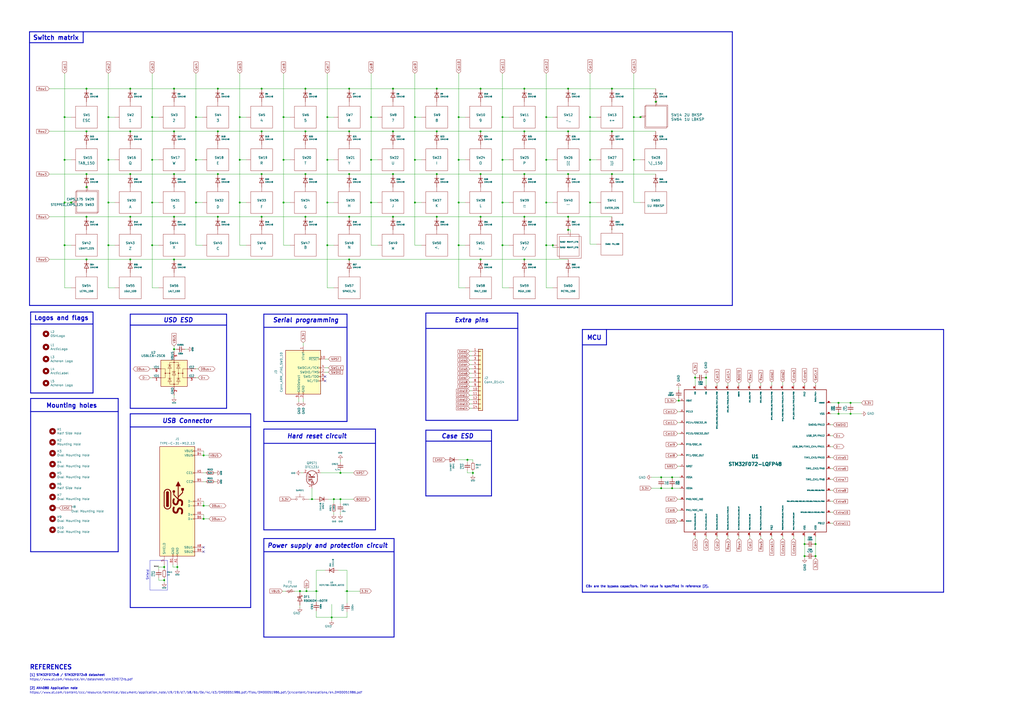
<source format=kicad_sch>
(kicad_sch (version 20230121) (generator eeschema)
  (paper "A2")
  (title_block (title "ArcticPCB") (date "2020-03-18") (rev "Alpha") (company "Designed by Gondolindrim in Partnership with ArcticFox") (comment 1 "Acheron 40-SM-O-MX-TH-WI codename SharkPCB"))
  (junction (at 202.565 125.73))
  (junction (at 320.675 142.24))
  (junction (at 139.065 117.475))
  (junction (at 50.165 100.965))
  (junction (at 329.565 125.73))
  (junction (at 473.075 322.58))
  (junction (at 383.54 276.86))
  (junction (at 202.565 51.435))
  (junction (at 100.965 202.565))
  (junction (at 62.865 117.475))
  (junction (at 100.965 76.2))
  (junction (at 37.465 92.71))
  (junction (at 177.165 125.73))
  (junction (at 316.865 117.475))
  (junction (at 291.465 117.475))
  (junction (at 466.725 322.58))
  (junction (at 266.065 67.945))
  (junction (at 118.11 293.37))
  (junction (at 367.665 92.71))
  (junction (at 493.395 233.68))
  (junction (at 354.965 100.965))
  (junction (at 139.065 92.71))
  (junction (at 151.765 125.73))
  (junction (at 50.165 150.495))
  (junction (at 466.725 315.595))
  (junction (at 126.365 125.73))
  (junction (at 177.8 342.9))
  (junction (at 342.265 67.945))
  (junction (at 274.32 274.32))
  (junction (at 100.965 125.73))
  (junction (at 126.365 100.965))
  (junction (at 316.865 92.71))
  (junction (at 227.965 125.73))
  (junction (at 151.765 76.2))
  (junction (at 304.165 51.435))
  (junction (at 367.665 67.945))
  (junction (at 227.965 100.965))
  (junction (at 75.565 125.73))
  (junction (at 389.89 283.21))
  (junction (at 409.575 219.075))
  (junction (at 37.465 142.24))
  (junction (at 95.25 336.55))
  (junction (at 266.065 142.24))
  (junction (at 126.365 76.2))
  (junction (at 278.765 76.2))
  (junction (at 278.765 100.965))
  (junction (at 164.465 67.945))
  (junction (at 383.54 283.21))
  (junction (at 88.265 67.945))
  (junction (at 227.965 51.435))
  (junction (at 193.675 289.56))
  (junction (at 75.565 150.495))
  (junction (at 62.865 142.24))
  (junction (at 304.165 125.73))
  (junction (at 380.365 59.055))
  (junction (at 291.465 92.71))
  (junction (at 100.965 51.435))
  (junction (at 266.065 117.475))
  (junction (at 278.765 51.435))
  (junction (at 113.665 92.71))
  (junction (at 493.395 240.03))
  (junction (at 342.265 92.71))
  (junction (at 177.165 76.2))
  (junction (at 177.165 51.435))
  (junction (at 253.365 76.2))
  (junction (at 329.565 100.965))
  (junction (at 202.565 150.495))
  (junction (at 253.365 51.435))
  (junction (at 197.485 274.32))
  (junction (at 126.365 51.435))
  (junction (at 291.465 142.24))
  (junction (at 41.275 117.475))
  (junction (at 62.865 67.945))
  (junction (at 189.865 142.24))
  (junction (at 201.295 342.9))
  (junction (at 253.365 100.965))
  (junction (at 266.065 92.71))
  (junction (at 50.165 76.2))
  (junction (at 100.965 100.965))
  (junction (at 189.865 67.945))
  (junction (at 118.11 264.16))
  (junction (at 278.765 125.73))
  (junction (at 75.565 51.435))
  (junction (at 316.865 67.945))
  (junction (at 100.965 150.495))
  (junction (at 173.99 342.9))
  (junction (at 227.965 76.2))
  (junction (at 389.89 276.86))
  (junction (at 486.41 240.03))
  (junction (at 189.865 117.475))
  (junction (at 240.665 67.945))
  (junction (at 403.225 219.075))
  (junction (at 202.565 76.2))
  (junction (at 304.165 150.495))
  (junction (at 183.515 342.9))
  (junction (at 118.11 300.99))
  (junction (at 393.7 232.41))
  (junction (at 240.665 92.71))
  (junction (at 329.565 51.435))
  (junction (at 342.265 117.475))
  (junction (at 354.965 51.435))
  (junction (at 177.165 100.965))
  (junction (at 62.865 92.71))
  (junction (at 304.165 100.965))
  (junction (at 329.565 76.2))
  (junction (at 88.265 92.71))
  (junction (at 304.165 76.2))
  (junction (at 202.565 100.965))
  (junction (at 189.865 92.71))
  (junction (at 253.365 125.73))
  (junction (at 486.41 233.68))
  (junction (at 113.665 67.945))
  (junction (at 215.265 92.71))
  (junction (at 271.145 266.7))
  (junction (at 164.465 117.475))
  (junction (at 75.565 100.965))
  (junction (at 354.965 76.2))
  (junction (at 102.87 328.93))
  (junction (at 180.975 289.56))
  (junction (at 75.565 76.2))
  (junction (at 88.265 117.475))
  (junction (at 240.665 117.475))
  (junction (at 371.475 67.945))
  (junction (at 316.865 142.24))
  (junction (at 291.465 67.945))
  (junction (at 197.485 289.56))
  (junction (at 278.765 150.495))
  (junction (at 215.265 67.945))
  (junction (at 164.465 92.71))
  (junction (at 50.165 125.73))
  (junction (at 151.765 51.435))
  (junction (at 50.165 51.435))
  (junction (at 95.25 328.93))
  (junction (at 192.405 358.14))
  (junction (at 329.565 133.35))
  (junction (at 215.265 117.475))
  (junction (at 473.075 315.595))
  (junction (at 113.665 117.475))
  (junction (at 37.465 67.945))
  (junction (at 151.765 100.965))
  (junction (at 50.165 108.585))
  (junction (at 37.465 117.475))
  (junction (at 139.065 67.945))
  (junction (at 88.265 142.24))
  (no_connect (at 118.11 320.04))
  (no_connect (at 188.595 218.44))
  (no_connect (at 118.11 317.5))
  (no_connect (at 188.595 220.98))
  (wire (pts (xy 50.8 107.95) (xy 50.165 107.95)))
  (wire (pts (xy 50.165 125.73) (xy 75.565 125.73)))
  (wire (pts (xy 100.965 150.495) (xy 202.565 150.495)))
  (wire (pts (xy 201.295 358.14) (xy 201.295 354.965)))
  (wire (pts (xy 227.965 125.73) (xy 253.365 125.73)))
  (wire (pts (xy 188.595 213.36) (xy 190.5 213.36)))
  (wire (pts (xy 240.665 92.71) (xy 240.665 117.475)))
  (wire (pts (xy 367.665 92.71) (xy 367.665 67.945)))
  (wire (pts (xy 219.075 142.24) (xy 215.265 142.24)))
  (wire (pts (xy 197.485 274.32) (xy 205.105 274.32)))
  (wire (pts (xy 321.945 143.51) (xy 320.675 143.51)))
  (polyline (pts (xy 351.79 200.025) (xy 351.79 191.135)) (stroke (width 0.508)))
  (polyline (pts (xy 17.78 180.975) (xy 53.975 180.975)) (stroke (width 0.508)))
  (wire (pts (xy 483.235 278.13) (xy 481.965 278.13)))
  (wire (pts (xy 86.995 213.995) (xy 88.265 213.995)))
  (wire (pts (xy 483.235 271.78) (xy 481.965 271.78)))
  (wire (pts (xy 486.41 240.03) (xy 486.41 239.395)))
  (wire (pts (xy 118.11 279.4) (xy 119.38 279.4)))
  (wire (pts (xy 240.665 42.545) (xy 240.665 67.945)))
  (wire (pts (xy 142.875 67.945) (xy 139.065 67.945)))
  (wire (pts (xy 168.275 67.945) (xy 164.465 67.945)))
  (wire (pts (xy 197.485 298.45) (xy 197.485 297.18)))
  (wire (pts (xy 244.475 142.24) (xy 240.665 142.24)))
  (polyline (pts (xy 17.145 24.765) (xy 48.26 24.765)) (stroke (width 0.508)))
  (polyline (pts (xy 17.145 177.165) (xy 424.815 177.165)) (stroke (width 0.508)))
  (wire (pts (xy 316.865 42.545) (xy 316.865 67.945)))
  (wire (pts (xy 441.325 222.25) (xy 441.325 223.52)))
  (wire (pts (xy 66.675 117.475) (xy 62.865 117.475)))
  (wire (pts (xy 291.465 117.475) (xy 291.465 142.24)))
  (wire (pts (xy 271.145 274.32) (xy 274.32 274.32)))
  (wire (pts (xy 383.54 283.21) (xy 389.89 283.21)))
  (wire (pts (xy 320.675 143.51) (xy 320.675 142.24)))
  (wire (pts (xy 41.275 117.475) (xy 37.465 117.475)))
  (wire (pts (xy 392.43 232.41) (xy 393.7 232.41)))
  (wire (pts (xy 164.465 92.71) (xy 164.465 117.475)))
  (wire (pts (xy 201.295 342.9) (xy 201.295 330.835)))
  (wire (pts (xy 253.365 100.965) (xy 278.765 100.965)))
  (wire (pts (xy 272.415 231.775) (xy 273.685 231.775)))
  (wire (pts (xy 117.475 92.71) (xy 113.665 92.71)))
  (polyline (pts (xy 68.58 238.76) (xy 68.58 238.125)))
  (wire (pts (xy 201.295 342.9) (xy 201.295 349.885)))
  (wire (pts (xy 473.075 323.85) (xy 473.075 322.58)))
  (wire (pts (xy 202.565 100.965) (xy 227.965 100.965)))
  (wire (pts (xy 493.395 233.68) (xy 499.745 233.68)))
  (wire (pts (xy 118.11 293.37) (xy 121.285 293.37)))
  (wire (pts (xy 100.965 203.835) (xy 100.965 202.565)))
  (wire (pts (xy 367.665 67.945) (xy 367.665 42.545)))
  (wire (pts (xy 272.415 211.455) (xy 273.685 211.455)))
  (wire (pts (xy 240.665 67.945) (xy 240.665 92.71)))
  (wire (pts (xy 173.99 342.9) (xy 177.8 342.9)))
  (wire (pts (xy 37.465 67.945) (xy 37.465 92.71)))
  (wire (pts (xy 291.465 42.545) (xy 291.465 67.945)))
  (wire (pts (xy 139.065 92.71) (xy 139.065 117.475)))
  (wire (pts (xy 28.575 100.965) (xy 50.165 100.965)))
  (wire (pts (xy 41.275 67.945) (xy 37.465 67.945)))
  (polyline (pts (xy 300.355 181.61) (xy 247.015 181.61)) (stroke (width 0.508)))
  (wire (pts (xy 483.235 246.38) (xy 481.965 246.38)))
  (polyline (pts (xy 247.015 243.84) (xy 300.355 243.84)) (stroke (width 0.508)))
  (polyline (pts (xy 75.565 240.03) (xy 75.565 352.425)) (stroke (width 0.508)))
  (wire (pts (xy 201.295 342.9) (xy 208.915 342.9)))
  (polyline (pts (xy 68.58 231.14) (xy 68.58 320.04)) (stroke (width 0.508)))
  (polyline (pts (xy 86.995 342.265) (xy 86.995 325.12)))
  (polyline (pts (xy 247.015 249.555) (xy 285.115 249.555)) (stroke (width 0.508)))
  (wire (pts (xy 383.54 282.575) (xy 383.54 283.21)))
  (wire (pts (xy 62.865 67.945) (xy 62.865 92.71)))
  (wire (pts (xy 394.335 276.86) (xy 389.89 276.86)))
  (wire (pts (xy 95.25 336.55) (xy 95.25 335.28)))
  (wire (pts (xy 28.575 76.2) (xy 50.165 76.2)))
  (polyline (pts (xy 547.37 343.535) (xy 337.82 343.535)) (stroke (width 0.508)))
  (polyline (pts (xy 145.415 240.03) (xy 75.565 240.03)) (stroke (width 0.508)))
  (wire (pts (xy 493.395 233.68) (xy 493.395 234.315)))
  (wire (pts (xy 95.25 327.66) (xy 95.25 328.93)))
  (wire (pts (xy 62.865 92.71) (xy 62.865 117.475)))
  (polyline (pts (xy 285.115 249.555) (xy 285.115 287.655)) (stroke (width 0.508)))
  (wire (pts (xy 50.165 107.95) (xy 50.165 108.585)))
  (wire (pts (xy 168.275 142.24) (xy 164.465 142.24)))
  (wire (pts (xy 92.075 335.28) (xy 92.075 336.55)))
  (polyline (pts (xy 247.015 190.5) (xy 300.355 190.5)) (stroke (width 0.508)))
  (wire (pts (xy 409.575 219.075) (xy 408.94 219.075)))
  (wire (pts (xy 377.825 276.86) (xy 383.54 276.86)))
  (wire (pts (xy 393.065 270.51) (xy 394.335 270.51)))
  (wire (pts (xy 483.235 265.43) (xy 481.965 265.43)))
  (wire (pts (xy 100.965 125.73) (xy 126.365 125.73)))
  (wire (pts (xy 88.265 42.545) (xy 88.265 67.945)))
  (wire (pts (xy 102.87 330.2) (xy 102.87 328.93)))
  (wire (pts (xy 272.415 216.535) (xy 273.685 216.535)))
  (wire (pts (xy 189.865 67.945) (xy 189.865 92.71)))
  (wire (pts (xy 409.575 312.42) (xy 409.575 311.15)))
  (wire (pts (xy 486.41 233.68) (xy 486.41 234.315)))
  (wire (pts (xy 177.165 125.73) (xy 202.565 125.73)))
  (wire (pts (xy 329.565 125.73) (xy 354.965 125.73)))
  (wire (pts (xy 193.675 167.005) (xy 189.865 167.005)))
  (wire (pts (xy 113.665 92.71) (xy 113.665 117.475)))
  (wire (pts (xy 164.465 42.545) (xy 164.465 67.945)))
  (polyline (pts (xy 217.805 307.34) (xy 153.035 307.34)) (stroke (width 0.508)))
  (wire (pts (xy 393.065 238.76) (xy 394.335 238.76)))
  (wire (pts (xy 272.415 206.375) (xy 273.685 206.375)))
  (polyline (pts (xy 337.82 191.135) (xy 547.37 191.135)) (stroke (width 0.508)))
  (wire (pts (xy 278.765 76.2) (xy 304.165 76.2)))
  (wire (pts (xy 473.075 315.595) (xy 472.44 315.595)))
  (wire (pts (xy 175.895 200.66) (xy 175.895 198.755)))
  (wire (pts (xy 113.665 213.995) (xy 114.935 213.995)))
  (polyline (pts (xy 75.565 247.65) (xy 145.415 247.65)) (stroke (width 0.508)))
  (wire (pts (xy 164.465 67.945) (xy 164.465 92.71)))
  (wire (pts (xy 92.075 67.945) (xy 88.265 67.945)))
  (wire (pts (xy 118.11 298.45) (xy 118.11 300.99)))
  (wire (pts (xy 113.665 219.075) (xy 114.935 219.075)))
  (wire (pts (xy 180.975 283.21) (xy 180.975 289.56)))
  (wire (pts (xy 372.11 67.31) (xy 372.11 67.945)))
  (wire (pts (xy 117.475 117.475) (xy 113.665 117.475)))
  (wire (pts (xy 466.725 222.25) (xy 466.725 223.52)))
  (wire (pts (xy 278.765 150.495) (xy 304.165 150.495)))
  (wire (pts (xy 441.325 312.42) (xy 441.325 311.15)))
  (wire (pts (xy 124.46 274.32) (xy 125.095 274.32)))
  (wire (pts (xy 66.675 167.005) (xy 62.865 167.005)))
  (wire (pts (xy 177.165 51.435) (xy 202.565 51.435)))
  (wire (pts (xy 266.065 67.945) (xy 266.065 92.71)))
  (wire (pts (xy 215.265 92.71) (xy 215.265 117.475)))
  (wire (pts (xy 170.815 342.9) (xy 173.99 342.9)))
  (polyline (pts (xy 17.78 231.14) (xy 68.58 231.14)) (stroke (width 0.508)))
  (wire (pts (xy 320.675 117.475) (xy 316.865 117.475)))
  (wire (pts (xy 50.165 51.435) (xy 75.565 51.435)))
  (wire (pts (xy 193.675 142.24) (xy 189.865 142.24)))
  (wire (pts (xy 37.465 117.475) (xy 37.465 142.24)))
  (wire (pts (xy 92.075 92.71) (xy 88.265 92.71)))
  (wire (pts (xy 142.875 92.71) (xy 139.065 92.71)))
  (wire (pts (xy 393.7 232.41) (xy 393.7 231.14)))
  (wire (pts (xy 202.565 51.435) (xy 227.965 51.435)))
  (polyline (pts (xy 201.295 182.245) (xy 201.295 244.475)) (stroke (width 0.508)))
  (wire (pts (xy 460.375 222.25) (xy 460.375 223.52)))
  (polyline (pts (xy 17.145 18.415) (xy 424.815 18.415)) (stroke (width 0.508)))
  (wire (pts (xy 460.375 312.42) (xy 460.375 311.15)))
  (wire (pts (xy 142.875 117.475) (xy 139.065 117.475)))
  (wire (pts (xy 107.315 202.565) (xy 108.585 202.565)))
  (wire (pts (xy 393.7 226.06) (xy 393.7 224.79)))
  (polyline (pts (xy 153.035 248.92) (xy 153.035 307.34)) (stroke (width 0.508)))
  (wire (pts (xy 50.165 76.2) (xy 75.565 76.2)))
  (wire (pts (xy 37.465 92.71) (xy 37.465 117.475)))
  (wire (pts (xy 278.765 100.965) (xy 304.165 100.965)))
  (wire (pts (xy 163.83 342.9) (xy 165.735 342.9)))
  (polyline (pts (xy 547.37 191.135) (xy 547.37 343.535)) (stroke (width 0.508)))
  (wire (pts (xy 28.575 125.73) (xy 50.165 125.73)))
  (polyline (pts (xy 68.58 320.04) (xy 17.78 320.04)) (stroke (width 0.508)))
  (wire (pts (xy 151.765 76.2) (xy 177.165 76.2)))
  (wire (pts (xy 227.965 76.2) (xy 253.365 76.2)))
  (wire (pts (xy 88.265 117.475) (xy 88.265 142.24)))
  (wire (pts (xy 62.865 42.545) (xy 62.865 67.945)))
  (wire (pts (xy 95.25 328.93) (xy 95.25 330.2)))
  (wire (pts (xy 266.065 142.24) (xy 266.065 167.005)))
  (wire (pts (xy 139.065 117.475) (xy 139.065 142.24)))
  (wire (pts (xy 37.465 142.24) (xy 37.465 167.005)))
  (wire (pts (xy 126.365 125.73) (xy 151.765 125.73)))
  (wire (pts (xy 403.225 312.42) (xy 403.225 311.15)))
  (wire (pts (xy 126.365 100.965) (xy 151.765 100.965)))
  (wire (pts (xy 304.165 100.965) (xy 329.565 100.965)))
  (wire (pts (xy 100.965 76.2) (xy 126.365 76.2)))
  (wire (pts (xy 415.925 222.25) (xy 415.925 223.52)))
  (polyline (pts (xy 153.035 182.245) (xy 201.295 182.245)) (stroke (width 0.508)))
  (wire (pts (xy 483.235 303.53) (xy 481.965 303.53)))
  (wire (pts (xy 330.835 133.35) (xy 330.835 134.62)))
  (polyline (pts (xy 86.995 325.12) (xy 97.155 325.12)))
  (wire (pts (xy 62.865 142.24) (xy 62.865 167.005)))
  (wire (pts (xy 244.475 117.475) (xy 240.665 117.475)))
  (wire (pts (xy 422.275 312.42) (xy 422.275 311.15)))
  (wire (pts (xy 266.065 266.7) (xy 271.145 266.7)))
  (wire (pts (xy 168.275 117.475) (xy 164.465 117.475)))
  (wire (pts (xy 183.515 342.9) (xy 183.515 330.835)))
  (wire (pts (xy 193.675 289.56) (xy 193.675 292.1)))
  (wire (pts (xy 244.475 92.71) (xy 240.665 92.71)))
  (wire (pts (xy 173.99 342.9) (xy 173.99 343.535)))
  (wire (pts (xy 88.265 67.945) (xy 88.265 92.71)))
  (wire (pts (xy 100.965 100.965) (xy 126.365 100.965)))
  (wire (pts (xy 271.145 267.97) (xy 271.145 266.7)))
  (wire (pts (xy 202.565 150.495) (xy 278.765 150.495)))
  (wire (pts (xy 113.665 42.545) (xy 113.665 67.945)))
  (wire (pts (xy 100.33 328.93) (xy 102.87 328.93)))
  (wire (pts (xy 219.075 67.945) (xy 215.265 67.945)))
  (polyline (pts (xy 153.035 189.865) (xy 201.295 189.865)) (stroke (width 0.508)))
  (wire (pts (xy 28.575 51.435) (xy 50.165 51.435)))
  (wire (pts (xy 304.165 150.495) (xy 329.565 150.495)))
  (wire (pts (xy 354.965 132.715) (xy 354.965 133.35)))
  (polyline (pts (xy 97.155 342.265) (xy 86.995 342.265)))
  (wire (pts (xy 403.225 217.17) (xy 403.225 219.075)))
  (wire (pts (xy 86.995 219.075) (xy 88.265 219.075)))
  (polyline (pts (xy 337.82 343.535) (xy 337.82 191.135)) (stroke (width 0.508)))
  (wire (pts (xy 37.465 42.545) (xy 37.465 67.945)))
  (wire (pts (xy 272.415 226.695) (xy 273.685 226.695)))
  (wire (pts (xy 393.065 251.46) (xy 394.335 251.46)))
  (wire (pts (xy 269.875 142.24) (xy 266.065 142.24)))
  (wire (pts (xy 447.675 221.615) (xy 447.675 223.52)))
  (wire (pts (xy 371.475 92.71) (xy 367.665 92.71)))
  (wire (pts (xy 273.685 219.075) (xy 272.415 219.075)))
  (polyline (pts (xy 153.035 320.04) (xy 228.6 320.04)) (stroke (width 0.508)))
  (wire (pts (xy 466.725 315.595) (xy 467.36 315.595)))
  (wire (pts (xy 168.275 92.71) (xy 164.465 92.71)))
  (wire (pts (xy 151.765 125.73) (xy 177.165 125.73)))
  (wire (pts (xy 320.675 92.71) (xy 316.865 92.71)))
  (wire (pts (xy 269.875 167.005) (xy 266.065 167.005)))
  (wire (pts (xy 304.165 51.435) (xy 329.565 51.435)))
  (wire (pts (xy 329.565 76.2) (xy 354.965 76.2)))
  (wire (pts (xy 219.075 92.71) (xy 215.265 92.71)))
  (wire (pts (xy 142.875 142.24) (xy 139.065 142.24)))
  (wire (pts (xy 192.405 358.14) (xy 183.515 358.14)))
  (wire (pts (xy 193.675 67.945) (xy 189.865 67.945)))
  (wire (pts (xy 272.415 236.855) (xy 273.685 236.855)))
  (wire (pts (xy 304.165 76.2) (xy 329.565 76.2)))
  (wire (pts (xy 269.875 92.71) (xy 266.065 92.71)))
  (wire (pts (xy 215.265 117.475) (xy 215.265 142.24)))
  (wire (pts (xy 415.925 312.42) (xy 415.925 311.15)))
  (polyline (pts (xy 153.035 257.175) (xy 217.805 257.175)) (stroke (width 0.508)))
  (wire (pts (xy 278.765 125.73) (xy 304.165 125.73)))
  (wire (pts (xy 197.485 289.56) (xy 205.105 289.56)))
  (wire (pts (xy 41.275 142.24) (xy 37.465 142.24)))
  (wire (pts (xy 483.235 297.18) (xy 481.965 297.18)))
  (wire (pts (xy 393.065 245.11) (xy 394.335 245.11)))
  (wire (pts (xy 342.265 42.545) (xy 342.265 67.945)))
  (wire (pts (xy 481.965 240.03) (xy 486.41 240.03)))
  (wire (pts (xy 92.075 117.475) (xy 88.265 117.475)))
  (wire (pts (xy 466.725 315.595) (xy 466.725 322.58)))
  (wire (pts (xy 278.765 51.435) (xy 304.165 51.435)))
  (polyline (pts (xy 131.445 236.855) (xy 131.445 182.245)) (stroke (width 0.508)))
  (wire (pts (xy 342.265 117.475) (xy 342.265 141.605)))
  (wire (pts (xy 316.865 92.71) (xy 316.865 117.475)))
  (wire (pts (xy 393.065 264.16) (xy 394.335 264.16)))
  (polyline (pts (xy 247.015 255.905) (xy 285.115 255.905)) (stroke (width 0.508)))
  (wire (pts (xy 183.515 354.33) (xy 183.515 358.14)))
  (wire (pts (xy 189.865 92.71) (xy 189.865 117.475)))
  (wire (pts (xy 66.675 92.71) (xy 62.865 92.71)))
  (wire (pts (xy 316.865 67.945) (xy 316.865 92.71)))
  (wire (pts (xy 274.32 274.32) (xy 274.32 275.59)))
  (wire (pts (xy 75.565 150.495) (xy 100.965 150.495)))
  (wire (pts (xy 383.54 276.86) (xy 383.54 277.495)))
  (wire (pts (xy 139.065 42.545) (xy 139.065 67.945)))
  (wire (pts (xy 434.975 222.25) (xy 434.975 223.52)))
  (wire (pts (xy 483.235 259.08) (xy 481.965 259.08)))
  (wire (pts (xy 304.165 125.73) (xy 329.565 125.73)))
  (wire (pts (xy 428.625 312.42) (xy 428.625 311.15)))
  (wire (pts (xy 41.91 116.84) (xy 41.91 117.475)))
  (wire (pts (xy 100.33 327.66) (xy 100.33 328.93)))
  (wire (pts (xy 174.625 274.32) (xy 175.895 274.32)))
  (wire (pts (xy 118.11 274.32) (xy 119.38 274.32)))
  (wire (pts (xy 192.405 350.52) (xy 192.405 358.14)))
  (wire (pts (xy 273.685 234.315) (xy 272.415 234.315)))
  (wire (pts (xy 273.685 208.915) (xy 272.415 208.915)))
  (wire (pts (xy 371.475 117.475) (xy 367.665 117.475)))
  (wire (pts (xy 184.785 342.9) (xy 183.515 342.9)))
  (polyline (pts (xy 145.415 352.425) (xy 145.415 240.03)) (stroke (width 0.508)))
  (wire (pts (xy 75.565 125.73) (xy 100.965 125.73)))
  (wire (pts (xy 197.485 267.97) (xy 197.485 266.7)))
  (wire (pts (xy 180.975 289.56) (xy 182.88 289.56)))
  (wire (pts (xy 272.415 203.835) (xy 273.685 203.835)))
  (wire (pts (xy 193.675 298.45) (xy 193.675 297.18)))
  (wire (pts (xy 342.265 141.605) (xy 346.075 141.605)))
  (wire (pts (xy 50.165 150.495) (xy 75.565 150.495)))
  (polyline (pts (xy 17.78 180.975) (xy 17.78 227.965)) (stroke (width 0.508)))
  (wire (pts (xy 271.145 266.7) (xy 274.32 266.7)))
  (wire (pts (xy 190.5 215.9) (xy 188.595 215.9)))
  (wire (pts (xy 41.91 117.475) (xy 41.275 117.475)))
  (wire (pts (xy 403.225 223.52) (xy 403.225 219.075)))
  (wire (pts (xy 113.665 117.475) (xy 113.665 142.24)))
  (wire (pts (xy 342.265 92.71) (xy 342.265 117.475)))
  (wire (pts (xy 190.5 289.56) (xy 193.675 289.56)))
  (wire (pts (xy 151.765 100.965) (xy 177.165 100.965)))
  (polyline (pts (xy 17.78 320.04) (xy 17.78 231.14)) (stroke (width 0.508)))
  (wire (pts (xy 92.075 167.005) (xy 88.265 167.005)))
  (wire (pts (xy 175.895 231.14) (xy 175.895 233.045)))
  (wire (pts (xy 342.265 67.945) (xy 342.265 92.71)))
  (polyline (pts (xy 97.155 325.12) (xy 97.155 342.265)))
  (wire (pts (xy 269.875 117.475) (xy 266.065 117.475)))
  (wire (pts (xy 183.515 330.835) (xy 188.595 330.835)))
  (wire (pts (xy 409.575 217.17) (xy 409.575 219.075)))
  (polyline (pts (xy 228.6 312.42) (xy 228.6 369.57)) (stroke (width 0.508)))
  (wire (pts (xy 372.11 67.945) (xy 371.475 67.945)))
  (wire (pts (xy 50.165 100.965) (xy 75.565 100.965)))
  (wire (pts (xy 202.565 125.73) (xy 227.965 125.73)))
  (wire (pts (xy 121.285 264.16) (xy 118.11 264.16)))
  (wire (pts (xy 202.565 76.2) (xy 227.965 76.2)))
  (wire (pts (xy 346.075 117.475) (xy 342.265 117.475)))
  (wire (pts (xy 95.25 328.93) (xy 92.075 328.93)))
  (wire (pts (xy 186.055 274.32) (xy 197.485 274.32)))
  (wire (pts (xy 466.725 323.85) (xy 466.725 322.58)))
  (wire (pts (xy 393.065 257.81) (xy 394.335 257.81)))
  (wire (pts (xy 190.5 208.28) (xy 188.595 208.28)))
  (wire (pts (xy 377.825 283.21) (xy 383.54 283.21)))
  (wire (pts (xy 473.075 222.25) (xy 473.075 223.52)))
  (wire (pts (xy 66.675 142.24) (xy 62.865 142.24)))
  (polyline (pts (xy 153.035 312.42) (xy 228.6 312.42)) (stroke (width 0.508)))
  (wire (pts (xy 219.075 117.475) (xy 215.265 117.475)))
  (wire (pts (xy 88.265 142.24) (xy 88.265 167.005)))
  (wire (pts (xy 192.405 358.14) (xy 201.295 358.14)))
  (wire (pts (xy 124.46 279.4) (xy 125.095 279.4)))
  (polyline (pts (xy 17.78 227.965) (xy 53.975 227.965)) (stroke (width 0.508)))
  (wire (pts (xy 100.965 230.505) (xy 100.965 229.235)))
  (wire (pts (xy 192.405 360.045) (xy 192.405 358.14)))
  (wire (pts (xy 62.865 117.475) (xy 62.865 142.24)))
  (wire (pts (xy 393.065 295.91) (xy 394.335 295.91)))
  (wire (pts (xy 100.965 200.66) (xy 100.965 202.565)))
  (wire (pts (xy 393.065 302.26) (xy 394.335 302.26)))
  (wire (pts (xy 253.365 51.435) (xy 278.765 51.435)))
  (wire (pts (xy 126.365 76.2) (xy 151.765 76.2)))
  (wire (pts (xy 273.685 224.155) (xy 272.415 224.155)))
  (wire (pts (xy 244.475 67.945) (xy 240.665 67.945)))
  (wire (pts (xy 200.025 342.9) (xy 201.295 342.9)))
  (wire (pts (xy 367.665 117.475) (xy 367.665 92.71)))
  (wire (pts (xy 28.575 150.495) (xy 50.165 150.495)))
  (wire (pts (xy 193.675 289.56) (xy 197.485 289.56)))
  (wire (pts (xy 177.165 76.2) (xy 202.565 76.2)))
  (wire (pts (xy 481.965 233.68) (xy 486.41 233.68)))
  (polyline (pts (xy 75.565 188.595) (xy 131.445 188.595)) (stroke (width 0.508)))
  (polyline (pts (xy 17.78 187.96) (xy 53.975 187.96)) (stroke (width 0.508)))
  (wire (pts (xy 95.25 336.55) (xy 95.25 337.82)))
  (polyline (pts (xy 53.975 180.975) (xy 53.975 227.965)) (stroke (width 0.508)))
  (polyline (pts (xy 424.815 177.165) (xy 424.815 18.415)) (stroke (width 0.508)))
  (wire (pts (xy 320.675 142.24) (xy 316.865 142.24)))
  (wire (pts (xy 189.865 142.24) (xy 189.865 167.005)))
  (wire (pts (xy 393.065 289.56) (xy 394.335 289.56)))
  (polyline (pts (xy 17.78 238.76) (xy 68.58 238.76)) (stroke (width 0.508)))
  (wire (pts (xy 227.965 100.965) (xy 253.365 100.965)))
  (polyline (pts (xy 75.565 236.855) (xy 131.445 236.855)) (stroke (width 0.508)))
  (polyline (pts (xy 75.565 182.245) (xy 75.565 236.855)) (stroke (width 0.508)))
  (wire (pts (xy 295.275 117.475) (xy 291.465 117.475)))
  (wire (pts (xy 434.975 312.42) (xy 434.975 311.15)))
  (wire (pts (xy 75.565 100.965) (xy 100.965 100.965)))
  (wire (pts (xy 493.395 239.395) (xy 493.395 240.03)))
  (wire (pts (xy 447.675 312.42) (xy 447.675 311.15)))
  (wire (pts (xy 393.7 232.41) (xy 394.335 232.41)))
  (wire (pts (xy 354.965 51.435) (xy 380.365 51.435)))
  (wire (pts (xy 92.075 328.93) (xy 92.075 330.2)))
  (wire (pts (xy 118.11 300.99) (xy 121.285 300.99)))
  (wire (pts (xy 454.025 312.42) (xy 454.025 311.15)))
  (wire (pts (xy 197.485 273.05) (xy 197.485 274.32)))
  (wire (pts (xy 118.11 261.62) (xy 118.11 264.16)))
  (wire (pts (xy 189.865 117.475) (xy 189.865 142.24)))
  (polyline (pts (xy 153.035 369.57) (xy 153.035 312.42)) (stroke (width 0.508)))
  (wire (pts (xy 316.865 117.475) (xy 316.865 142.24)))
  (wire (pts (xy 389.89 283.21) (xy 389.89 282.575)))
  (polyline (pts (xy 17.145 18.415) (xy 17.145 177.165)) (stroke (width 0.508)))
  (wire (pts (xy 371.475 67.945) (xy 367.665 67.945)))
  (wire (pts (xy 273.685 213.995) (xy 272.415 213.995)))
  (polyline (pts (xy 153.035 248.92) (xy 217.805 248.92)) (stroke (width 0.508)))
  (wire (pts (xy 483.235 284.48) (xy 481.965 284.48)))
  (wire (pts (xy 295.275 67.945) (xy 291.465 67.945)))
  (wire (pts (xy 381 59.055) (xy 380.365 59.055)))
  (wire (pts (xy 41.275 92.71) (xy 37.465 92.71)))
  (wire (pts (xy 273.685 229.235) (xy 272.415 229.235)))
  (wire (pts (xy 422.275 222.25) (xy 422.275 223.52)))
  (wire (pts (xy 272.415 221.615) (xy 273.685 221.615)))
  (wire (pts (xy 266.065 92.71) (xy 266.065 117.475)))
  (wire (pts (xy 92.075 336.55) (xy 95.25 336.55)))
  (wire (pts (xy 346.075 67.945) (xy 342.265 67.945)))
  (wire (pts (xy 126.365 51.435) (xy 151.765 51.435)))
  (wire (pts (xy 295.275 92.71) (xy 291.465 92.71)))
  (wire (pts (xy 269.875 67.945) (xy 266.065 67.945)))
  (wire (pts (xy 394.335 283.21) (xy 389.89 283.21)))
  (wire (pts (xy 320.675 67.945) (xy 316.865 67.945)))
  (wire (pts (xy 215.265 42.545) (xy 215.265 67.945)))
  (wire (pts (xy 316.865 142.24) (xy 316.865 167.005)))
  (polyline (pts (xy 247.015 249.555) (xy 247.015 287.655)) (stroke (width 0.508)))
  (wire (pts (xy 403.225 219.075) (xy 403.86 219.075)))
  (wire (pts (xy 173.99 351.155) (xy 173.99 352.425)))
  (wire (pts (xy 320.675 167.005) (xy 316.865 167.005)))
  (wire (pts (xy 193.675 117.475) (xy 189.865 117.475)))
  (wire (pts (xy 88.265 92.71) (xy 88.265 117.475)))
  (wire (pts (xy 100.965 51.435) (xy 126.365 51.435)))
  (wire (pts (xy 274.32 274.32) (xy 274.32 273.05)))
  (wire (pts (xy 473.075 315.595) (xy 473.075 322.58)))
  (wire (pts (xy 271.145 273.05) (xy 271.145 274.32)))
  (wire (pts (xy 177.165 100.965) (xy 202.565 100.965)))
  (wire (pts (xy 117.475 142.24) (xy 113.665 142.24)))
  (wire (pts (xy 75.565 51.435) (xy 100.965 51.435)))
  (wire (pts (xy 118.11 290.83) (xy 118.11 293.37)))
  (wire (pts (xy 139.065 67.945) (xy 139.065 92.71)))
  (polyline (pts (xy 48.26 24.765) (xy 48.26 18.415)) (stroke (width 0.508)))
  (wire (pts (xy 291.465 67.945) (xy 291.465 92.71)))
  (wire (pts (xy 389.89 276.86) (xy 389.89 277.495)))
  (wire (pts (xy 240.665 117.475) (xy 240.665 142.24)))
  (wire (pts (xy 266.065 117.475) (xy 266.065 142.24)))
  (wire (pts (xy 177.8 342.9) (xy 183.515 342.9)))
  (wire (pts (xy 330.835 133.35) (xy 329.565 133.35)))
  (wire (pts (xy 151.765 51.435) (xy 177.165 51.435)))
  (polyline (pts (xy 153.035 182.245) (xy 153.035 244.475)) (stroke (width 0.508)))
  (wire (pts (xy 383.54 276.86) (xy 389.89 276.86)))
  (polyline (pts (xy 153.035 244.475) (xy 201.295 244.475)) (stroke (width 0.508)))
  (wire (pts (xy 346.075 92.71) (xy 342.265 92.71)))
  (wire (pts (xy 295.275 167.005) (xy 291.465 167.005)))
  (wire (pts (xy 253.365 76.2) (xy 278.765 76.2)))
  (wire (pts (xy 428.625 222.25) (xy 428.625 223.52)))
  (wire (pts (xy 454.025 221.615) (xy 454.025 223.52)))
  (polyline (pts (xy 228.6 369.57) (xy 153.035 369.57)) (stroke (width 0.508)))
  (wire (pts (xy 215.265 67.945) (xy 215.265 92.71)))
  (wire (pts (xy 113.665 67.945) (xy 113.665 92.71)))
  (wire (pts (xy 329.565 100.965) (xy 354.965 100.965)))
  (wire (pts (xy 483.235 290.83) (xy 481.965 290.83)))
  (wire (pts (xy 102.235 202.565) (xy 100.965 202.565)))
  (wire (pts (xy 66.675 67.945) (xy 62.865 67.945)))
  (wire (pts (xy 493.395 240.03) (xy 499.745 240.03)))
  (wire (pts (xy 354.965 76.2) (xy 380.365 76.2)))
  (wire (pts (xy 164.465 117.475) (xy 164.465 142.24)))
  (wire (pts (xy 473.075 311.15) (xy 473.075 315.595)))
  (wire (pts (xy 197.485 289.56) (xy 197.485 292.1)))
  (wire (pts (xy 227.965 51.435) (xy 253.365 51.435)))
  (wire (pts (xy 266.065 42.545) (xy 266.065 67.945)))
  (polyline (pts (xy 75.565 352.425) (xy 145.415 352.425)) (stroke (width 0.508)))
  (polyline (pts (xy 247.015 181.61) (xy 247.015 243.84)) (stroke (width 0.508)))
  (wire (pts (xy 117.475 67.945) (xy 113.665 67.945)))
  (wire (pts (xy 466.725 322.58) (xy 467.36 322.58)))
  (wire (pts (xy 274.32 266.7) (xy 274.32 267.97)))
  (wire (pts (xy 381 58.42) (xy 381 59.055)))
  (wire (pts (xy 291.465 92.71) (xy 291.465 117.475)))
  (wire (pts (xy 102.87 328.93) (xy 102.87 327.66)))
  (wire (pts (xy 196.215 330.835) (xy 201.295 330.835)))
  (wire (pts (xy 486.41 240.03) (xy 493.395 240.03)))
  (wire (pts (xy 466.725 311.15) (xy 466.725 315.595)))
  (polyline (pts (xy 217.805 248.92) (xy 217.805 307.34)) (stroke (width 0.508)))
  (wire (pts (xy 253.365 125.73) (xy 278.765 125.73)))
  (wire (pts (xy 472.44 322.58) (xy 473.075 322.58)))
  (polyline (pts (xy 131.445 182.245) (xy 75.565 182.245)) (stroke (width 0.508)))
  (wire (pts (xy 183.515 342.9) (xy 183.515 349.25)))
  (polyline (pts (xy 285.115 287.655) (xy 247.015 287.655)) (stroke (width 0.508)))
  (wire (pts (xy 291.465 142.24) (xy 291.465 167.005)))
  (wire (pts (xy 92.075 142.24) (xy 88.265 142.24)))
  (polyline (pts (xy 337.82 200.025) (xy 351.79 200.025)) (stroke (width 0.508)))
  (wire (pts (xy 295.275 142.24) (xy 291.465 142.24)))
  (wire (pts (xy 75.565 76.2) (xy 100.965 76.2)))
  (wire (pts (xy 329.565 51.435) (xy 354.965 51.435)))
  (polyline (pts (xy 300.355 243.84) (xy 300.355 181.61)) (stroke (width 0.508)))
  (wire (pts (xy 173.355 231.14) (xy 173.355 233.045)))
  (wire (pts (xy 193.675 92.71) (xy 189.865 92.71)))
  (wire (pts (xy 409.575 223.52) (xy 409.575 219.075)))
  (wire (pts (xy 189.865 42.545) (xy 189.865 67.945)))
  (wire (pts (xy 179.07 289.56) (xy 180.975 289.56)))
  (wire (pts (xy 177.8 340.995) (xy 177.8 342.9)))
  (wire (pts (xy 483.235 252.73) (xy 481.965 252.73)))
  (wire (pts (xy 486.41 233.68) (xy 493.395 233.68)))
  (wire (pts (xy 354.965 100.965) (xy 380.365 100.965)))
  (wire (pts (xy 41.275 167.005) (xy 37.465 167.005)))
  (text "https://www.st.com/resource/en/datasheet/stm32f072rb.pdf" (at 17.145 394.97 0) (effects (font (size 1.27 1.27)) (justify left bottom)))
  (text "Case ESD" (at 255.905 254.635 0) (effects (font (size 2.54 2.54) (thickness 0.508) bold italic) (justify left bottom)))
  (text "Mounting holes" (at 26.67 236.855 0) (effects (font (size 2.54 2.54) (thickness 0.508) bold) (justify left bottom)))
  (text "Switch matrix" (at 29.845 23.495 0) (effects (font (size 0 0)) (justify left bottom)))
  (text "USD ESD" (at 94.615 187.325 0) (effects (font (size 2.54 2.54) (thickness 0.508) bold italic) (justify left bottom)))
  (text "Hard reset circuit" (at 166.37 254.635 0) (effects (font (size 2.54 2.54) (thickness 0.508) bold italic) (justify left bottom)))
  (text "https://www.st.com/content/ccc/resource/technical/document/application_note/c9/19/d7/b8/6b/0e/4c/d3/DM00051986.pdf/files/DM00051986.pdf/jcr:content/translations/en.DM00051986.pdf" (at 17.145 402.59 0) (effects (font (size 1.27 1.27)) (justify left bottom)))
  (text "Power supply and protection circuit" (at 154.94 318.135 0) (effects (font (size 2.54 2.54) (thickness 0.508) bold italic) (justify left bottom)))
  (text "MCU" (at 340.36 197.485 0) (effects (font (size 2.54 2.54) (thickness 0.508) bold) (justify left bottom)))
  (text "Serial programming" (at 158.115 187.325 0) (effects (font (size 2.54 2.54) (thickness 0.508) bold italic) (justify left bottom)))
  (text "Switch matrix" (at 19.05 23.495 0) (effects (font (size 2.54 2.54) (thickness 0.508) bold) (justify left bottom)))
  (text "USB Connector" (at 93.98 245.745 0) (effects (font (size 2.54 2.54) (thickness 0.508) bold italic) (justify left bottom)))
  (text "REFERENCES" (at 17.145 388.62 0) (effects (font (size 2.54 2.54) (thickness 0.508) bold) (justify left bottom)))
  (text "Shield" (at 86.36 336.55 90) (effects (font (size 1.27 1.27)) (justify left bottom)))
  (text "CBx are the bypass capacitors. Their value is specified in reference [2]." (at 339.725 340.995 0) (effects (font (size 1.27 1.27) (thickness 0.254) bold) (justify left bottom)))
  (text "[2] AN4080 Application note" (at 17.145 400.05 0) (effects (font (size 1.27 1.27) (thickness 0.254) bold) (justify left bottom)))
  (text "[1] STM32F072x8 / STM32F072xB datasheet" (at 17.145 392.43 0) (effects (font (size 1.27 1.27) (thickness 0.254) bold) (justify left bottom)))
  (text "Extra pins" (at 263.525 187.325 0) (effects (font (size 2.54 2.54) (thickness 0.508) bold italic) (justify left bottom)))
  (text "Logos and flags" (at 19.685 186.055 0) (effects (font (size 2.54 2.54) (thickness 0.508) bold) (justify left bottom)))
  (label "SHIELD" (at 92.075 328.93 180) (effects (font (size 0.508 0.508))))
  (global_label "Col12" (shape input) (at 316.865 42.545 90) (property "Intersheetrefs" "${INTERSHEET_REFS}" (effects hide)))
  (global_label "Extra6" (shape input) (at 483.235 271.78 0) (property "Intersheetrefs" "${INTERSHEET_REFS}" (effects hide)))
  (global_label "VBUS" (shape input) (at 163.83 342.9 180) (property "Intersheetrefs" "${INTERSHEET_REFS}" (effects hide)))
  (global_label "Extra4" (shape input) (at 272.415 211.455 180) (effects (font (size 1.016 1.016))) (property "Intersheetrefs" "${INTERSHEET_REFS}" (effects hide)))
  (global_label "Extra8" (shape input) (at 483.235 284.48 0) (property "Intersheetrefs" "${INTERSHEET_REFS}" (effects hide)))
  (global_label "Col7" (shape input) (at 393.065 289.56 180) (property "Intersheetrefs" "${INTERSHEET_REFS}" (effects hide)))
  (global_label "Row5" (shape input) (at 28.575 150.495 180) (property "Intersheetrefs" "${INTERSHEET_REFS}" (effects hide)))
  (global_label "Extra4" (shape input) (at 466.725 222.25 90) (property "Intersheetrefs" "${INTERSHEET_REFS}" (effects hide)))
  (global_label "Extra10" (shape input) (at 272.415 226.695 180) (effects (font (size 1.016 1.016))) (property "Intersheetrefs" "${INTERSHEET_REFS}" (effects hide)))
  (global_label "Extra5" (shape input) (at 483.235 265.43 0) (property "Intersheetrefs" "${INTERSHEET_REFS}" (effects hide)))
  (global_label "Col2" (shape input) (at 415.925 312.42 270) (property "Intersheetrefs" "${INTERSHEET_REFS}" (effects hide)))
  (global_label "Col10" (shape input) (at 393.065 251.46 180) (property "Intersheetrefs" "${INTERSHEET_REFS}" (effects hide)))
  (global_label "Extra7" (shape input) (at 272.415 219.075 180) (effects (font (size 1.016 1.016))) (property "Intersheetrefs" "${INTERSHEET_REFS}" (effects hide)))
  (global_label "Col6" (shape input) (at 164.465 42.545 90) (property "Intersheetrefs" "${INTERSHEET_REFS}" (effects hide)))
  (global_label "D-" (shape bidirectional) (at 483.235 259.08 0) (property "Intersheetrefs" "${INTERSHEET_REFS}" (effects hide)))
  (global_label "Extra2" (shape input) (at 454.025 221.615 90) (effects (font (size 1.016 1.016))) (property "Intersheetrefs" "${INTERSHEET_REFS}" (effects hide)))
  (global_label "Extra10" (shape input) (at 483.235 297.18 0) (property "Intersheetrefs" "${INTERSHEET_REFS}" (effects hide)))
  (global_label "Col5" (shape input) (at 393.065 302.26 180) (property "Intersheetrefs" "${INTERSHEET_REFS}" (effects hide)))
  (global_label "Extra1" (shape input) (at 272.415 203.835 180) (effects (font (size 1.016 1.016))) (property "Intersheetrefs" "${INTERSHEET_REFS}" (effects hide)))
  (global_label "3.3V" (shape input) (at 392.43 232.41 180) (property "Intersheetrefs" "${INTERSHEET_REFS}" (effects hide)))
  (global_label "NRST" (shape input) (at 190.5 208.28 0) (property "Intersheetrefs" "${INTERSHEET_REFS}" (effects hide)))
  (global_label "Col14" (shape input) (at 367.665 42.545 90) (property "Intersheetrefs" "${INTERSHEET_REFS}" (effects hide)))
  (global_label "D+" (shape bidirectional) (at 114.935 219.075 0) (property "Intersheetrefs" "${INTERSHEET_REFS}" (effects hide)))
  (global_label "NRST" (shape bidirectional) (at 205.105 274.32 0) (property "Intersheetrefs" "${INTERSHEET_REFS}" (effects hide)))
  (global_label "Extra11" (shape input) (at 272.415 229.235 180) (effects (font (size 1.016 1.016))) (property "Intersheetrefs" "${INTERSHEET_REFS}" (effects hide)))
  (global_label "Extra12" (shape input) (at 272.415 231.775 180) (effects (font (size 1.016 1.016))) (property "Intersheetrefs" "${INTERSHEET_REFS}" (effects hide)))
  (global_label "SWDIO" (shape input) (at 190.5 215.9 0) (property "Intersheetrefs" "${INTERSHEET_REFS}" (effects hide)))
  (global_label "3.3V" (shape output) (at 208.915 342.9 0) (property "Intersheetrefs" "${INTERSHEET_REFS}" (effects hide)))
  (global_label "Row3" (shape input) (at 28.575 100.965 180) (property "Intersheetrefs" "${INTERSHEET_REFS}" (effects hide)))
  (global_label "Col8" (shape input) (at 393.065 264.16 180) (property "Intersheetrefs" "${INTERSHEET_REFS}" (effects hide)))
  (global_label "Col11" (shape input) (at 393.065 245.11 180) (property "Intersheetrefs" "${INTERSHEET_REFS}" (effects hide)))
  (global_label "Row1" (shape input) (at 28.575 51.435 180) (property "Intersheetrefs" "${INTERSHEET_REFS}" (effects hide)))
  (global_label "Extra13" (shape input) (at 454.025 312.42 270) (property "Intersheetrefs" "${INTERSHEET_REFS}" (effects hide)))
  (global_label "Col14" (shape input) (at 422.275 222.25 90) (property "Intersheetrefs" "${INTERSHEET_REFS}" (effects hide)))
  (global_label "3.3V" (shape input) (at 377.825 283.21 180) (property "Intersheetrefs" "${INTERSHEET_REFS}" (effects hide)))
  (global_label "BOOT0" (shape bidirectional) (at 205.105 289.56 0) (property "Intersheetrefs" "${INTERSHEET_REFS}" (effects hide)))
  (global_label "Col8" (shape input) (at 215.265 42.545 90) (property "Intersheetrefs" "${INTERSHEET_REFS}" (effects hide)))
  (global_label "DBus-" (shape bidirectional) (at 86.995 213.995 180) (property "Intersheetrefs" "${INTERSHEET_REFS}" (effects hide)))
  (global_label "Extra1" (shape input) (at 447.675 221.615 90) (effects (font (size 1.016 1.016))) (property "Intersheetrefs" "${INTERSHEET_REFS}" (effects hide)))
  (global_label "D+" (shape bidirectional) (at 483.235 252.73 0) (property "Intersheetrefs" "${INTERSHEET_REFS}" (effects hide)))
  (global_label "Row2" (shape input) (at 28.575 76.2 180) (property "Intersheetrefs" "${INTERSHEET_REFS}" (effects hide)))
  (global_label "Extra7" (shape input) (at 483.235 278.13 0) (property "Intersheetrefs" "${INTERSHEET_REFS}" (effects hide)))
  (global_label "Col11" (shape input) (at 291.465 42.545 90) (property "Intersheetrefs" "${INTERSHEET_REFS}" (effects hide)))
  (global_label "Extra2" (shape input) (at 272.415 206.375 180) (effects (font (size 1.016 1.016))) (property "Intersheetrefs" "${INTERSHEET_REFS}" (effects hide)))
  (global_label "Extra13" (shape input) (at 272.415 234.315 180) (effects (font (size 1.016 1.016))) (property "Intersheetrefs" "${INTERSHEET_REFS}" (effects hide)))
  (global_label "Col7" (shape input) (at 189.865 42.545 90) (property "Intersheetrefs" "${INTERSHEET_REFS}" (effects hide)))
  (global_label "Col5" (shape input) (at 139.065 42.545 90) (property "Intersheetrefs" "${INTERSHEET_REFS}" (effects hide)))
  (global_label "SWCLK" (shape input) (at 473.075 222.25 90) (property "Intersheetrefs" "${INTERSHEET_REFS}" (effects hide)))
  (global_label "VBUS" (shape input) (at 100.965 200.66 90) (property "Intersheetrefs" "${INTERSHEET_REFS}" (effects hide)))
  (global_label "DBus+" (shape bidirectional) (at 114.935 213.995 0) (property "Intersheetrefs" "${INTERSHEET_REFS}" (effects hide)))
  (global_label "BOOT0" (shape input) (at 428.625 222.25 90) (property "Intersheetrefs" "${INTERSHEET_REFS}" (effects hide)))
  (global_label "VBUS" (shape output) (at 121.285 264.16 0) (property "Intersheetrefs" "${INTERSHEET_REFS}" (effects hide)))
  (global_label "DBus-" (shape bidirectional) (at 121.285 293.37 0) (property "Intersheetrefs" "${INTERSHEET_REFS}" (effects hide)))
  (global_label "CASE" (shape input) (at 34.29 294.64 0) (property "Intersheetrefs" "${INTERSHEET_REFS}" (effects hide)))
  (global_label "3.3V" (shape input) (at 499.745 233.68 0) (property "Intersheetrefs" "${INTERSHEET_REFS}" (effects hide)))
  (global_label "Extra14" (shape input) (at 272.415 236.855 180) (effects (font (size 1.016 1.016))) (property "Intersheetrefs" "${INTERSHEET_REFS}" (effects hide)))
  (global_label "Extra5" (shape input) (at 272.415 213.995 180) (effects (font (size 1.016 1.016))) (property "Intersheetrefs" "${INTERSHEET_REFS}" (effects hide)))
  (global_label "Row4" (shape input) (at 428.625 312.42 270) (property "Intersheetrefs" "${INTERSHEET_REFS}" (effects hide)))
  (global_label "Extra11" (shape input) (at 483.235 303.53 0) (property "Intersheetrefs" "${INTERSHEET_REFS}" (effects hide)))
  (global_label "Col9" (shape input) (at 240.665 42.545 90) (property "Intersheetrefs" "${INTERSHEET_REFS}" (effects hide)))
  (global_label "Col4" (shape input) (at 403.225 312.42 270) (property "Intersheetrefs" "${INTERSHEET_REFS}" (effects hide)))
  (global_label "NRST" (shape input) (at 393.065 270.51 180) (property "Intersheetrefs" "${INTERSHEET_REFS}" (effects hide)))
  (global_label "Col6" (shape input) (at 393.065 295.91 180) (property "Intersheetrefs" "${INTERSHEET_REFS}" (effects hide)))
  (global_label "SWDIO" (shape input) (at 483.235 246.38 0) (property "Intersheetrefs" "${INTERSHEET_REFS}" (effects hide)))
  (global_label "Extra3" (shape input) (at 272.415 208.915 180) (effects (font (size 1.016 1.016))) (property "Intersheetrefs" "${INTERSHEET_REFS}" (effects hide)))
  (global_label "Col13" (shape input) (at 342.265 42.545 90) (property "Intersheetrefs" "${INTERSHEET_REFS}" (effects hide)))
  (global_label "Extra9" (shape input) (at 272.415 224.155 180) (effects (font (size 1.016 1.016))) (property "Intersheetrefs" "${INTERSHEET_REFS}" (effects hide)))
  (global_label "Row1" (shape input) (at 434.975 222.25 90) (property "Intersheetrefs" "${INTERSHEET_REFS}" (effects hide)))
  (global_label "3.3V" (shape input) (at 175.895 198.755 90) (property "Intersheetrefs" "${INTERSHEET_REFS}" (effects hide)))
  (global_label "Extra9" (shape input) (at 483.235 290.83 0) (property "Intersheetrefs" "${INTERSHEET_REFS}" (effects hide)))
  (global_label "Col13" (shape input) (at 415.925 222.25 90) (property "Intersheetrefs" "${INTERSHEET_REFS}" (effects hide)))
  (global_label "CASE" (shape input) (at 258.445 266.7 180) (property "Intersheetrefs" "${INTERSHEET_REFS}" (effects hide)))
  (global_label "Col12" (shape input) (at 393.065 238.76 180) (property "Intersheetrefs" "${INTERSHEET_REFS}" (effects hide)))
  (global_label "Row2" (shape input) (at 441.325 222.25 90) (property "Intersheetrefs" "${INTERSHEET_REFS}" (effects hide)))
  (global_label "3.3V" (shape input) (at 473.075 323.85 270) (property "Intersheetrefs" "${INTERSHEET_REFS}" (effects hide)))
  (global_label "Col4" (shape input) (at 113.665 42.545 90) (property "Intersheetrefs" "${INTERSHEET_REFS}" (effects hide)))
  (global_label "SWCLK" (shape input) (at 190.5 213.36 0) (property "Intersheetrefs" "${INTERSHEET_REFS}" (effects hide)))
  (global_label "D-" (shape bidirectional) (at 86.995 219.075 180) (property "Intersheetrefs" "${INTERSHEET_REFS}" (effects hide)))
  (global_label "Row4" (shape input) (at 28.575 125.73 180) (property "Intersheetrefs" "${INTERSHEET_REFS}" (effects hide)))
  (global_label "Extra6" (shape input) (at 272.415 216.535 180) (effects (font (size 1.016 1.016))) (property "Intersheetrefs" "${INTERSHEET_REFS}" (effects hide)))
  (global_label "Extra14" (shape input) (at 447.675 312.42 270) (property "Intersheetrefs" "${INTERSHEET_REFS}" (effects hide)))
  (global_label "Extra3" (shape input) (at 460.375 222.25 90) (property "Intersheetrefs" "${INTERSHEET_REFS}" (effects hide)))
  (global_label "5V" (shape output) (at 177.8 340.995 90) (property "Intersheetrefs" "${INTERSHEET_REFS}" (effects hide)))
  (global_label "Row3" (shape input) (at 422.275 312.42 270) (property "Intersheetrefs" "${INTERSHEET_REFS}" (effects hide)))
  (global_label "Extra12" (shape input) (at 460.375 312.42 270) (property "Intersheetrefs" "${INTERSHEET_REFS}" (effects hide)))
  (global_label "3.3V" (shape input) (at 403.225 217.17 90) (property "Intersheetrefs" "${INTERSHEET_REFS}" (effects hide)))
  (global_label "Col1" (shape input) (at 434.975 312.42 270) (property "Intersheetrefs" "${INTERSHEET_REFS}" (effects hide)))
  (global_label "Col9" (shape input) (at 393.065 257.81 180) (property "Intersheetrefs" "${INTERSHEET_REFS}" (effects hide)))
  (global_label "Col1" (shape input) (at 37.465 42.545 90) (property "Intersheetrefs" "${INTERSHEET_REFS}" (effects hide)))
  (global_label "Row5" (shape input) (at 441.325 312.42 270) (property "Intersheetrefs" "${INTERSHEET_REFS}" (effects hide)))
  (global_label "DBus+" (shape bidirectional) (at 121.285 300.99 0) (property "Intersheetrefs" "${INTERSHEET_REFS}" (effects hide)))
  (global_label "Col3" (shape input) (at 88.265 42.545 90) (property "Intersheetrefs" "${INTERSHEET_REFS}" (effects hide)))
  (global_label "Col2" (shape input) (at 62.865 42.545 90) (property "Intersheetrefs" "${INTERSHEET_REFS}" (effects hide)))
  (global_label "Extra8" (shape input) (at 272.415 221.615 180) (effects (font (size 1.016 1.016))) (property "Intersheetrefs" "${INTERSHEET_REFS}" (effects hide)))
  (global_label "3.3V" (shape input) (at 168.91 289.56 180) (property "Intersheetrefs" "${INTERSHEET_REFS}" (effects hide)))
  (global_label "Col10" (shape input) (at 266.065 42.545 90) (property "Intersheetrefs" "${INTERSHEET_REFS}" (effects hide)))
  (global_label "Col3" (shape input) (at 409.575 312.42 270) (property "Intersheetrefs" "${INTERSHEET_REFS}" (effects hide)))
  (symbol (lib_id "arcticPCB-rescue:MXSwitch-acheronSymbols") (at 50.165 67.945 0) (unit 1)
    (property "Reference" "SW1" (at 48.26 66.675 0) (effects (justify left)))
    (property "Value" "ESC" (at 50.165 69.85 0) (effects (font (size 1.524 1.524))))
    (property "Footprint" "acheron_MX_SolderMask:MX100" (effects hide))
  )
  (symbol (lib_id "Device:D") (at 50.165 55.245 270) (unit 1)
    (property "Reference" "D1" (at 52.1716 54.4576 90) (effects (font (size 0.7874 0.7874)) (justify left)))
    (property "Value" "1N4148" (at 52.1716 56.0324 90) (effects (font (size 0.7874 0.7874)) (justify left)))
    (property "Footprint" "acheron_Components:D_SOD-123" (effects hide))
  )
  (symbol (lib_id "arcticPCB-rescue:MXSwitch-acheronSymbols") (at 75.565 67.945 0) (unit 1)
    (property "Reference" "SW2" (at 73.66 66.675 0) (effects (justify left)))
    (property "Value" "1" (at 75.565 69.85 0) (effects (font (size 1.524 1.524))))
    (property "Footprint" "acheron_MX_SolderMask:MX100" (effects hide))
  )
  (symbol (lib_id "Device:D") (at 75.565 55.245 270) (unit 1)
    (property "Reference" "D2" (at 77.5716 54.4576 90) (effects (font (size 0.7874 0.7874)) (justify left)))
    (property "Value" "1N4148" (at 77.5716 56.0324 90) (effects (font (size 0.7874 0.7874)) (justify left)))
    (property "Footprint" "acheron_Components:D_SOD-123" (effects hide))
  )
  (symbol (lib_id "arcticPCB-rescue:MXSwitch-acheronSymbols") (at 100.965 67.945 0) (unit 1)
    (property "Reference" "SW3" (at 99.06 66.675 0) (effects (justify left)))
    (property "Value" "2" (at 100.965 69.85 0) (effects (font (size 1.524 1.524))))
    (property "Footprint" "acheron_MX_SolderMask:MX100" (effects hide))
  )
  (symbol (lib_id "Device:D") (at 100.965 55.245 270) (unit 1)
    (property "Reference" "D3" (at 102.9716 54.4576 90) (effects (font (size 0.7874 0.7874)) (justify left)))
    (property "Value" "1N4148" (at 102.9716 56.0324 90) (effects (font (size 0.7874 0.7874)) (justify left)))
    (property "Footprint" "acheron_Components:D_SOD-123" (effects hide))
  )
  (symbol (lib_id "arcticPCB-rescue:MXSwitch-acheronSymbols") (at 126.365 67.945 0) (unit 1)
    (property "Reference" "SW4" (at 124.46 66.675 0) (effects (justify left)))
    (property "Value" "3" (at 126.365 69.85 0) (effects (font (size 1.524 1.524))))
    (property "Footprint" "acheron_MX_SolderMask:MX100" (effects hide))
  )
  (symbol (lib_id "Device:D") (at 126.365 55.245 270) (unit 1)
    (property "Reference" "D4" (at 128.3716 54.4576 90) (effects (font (size 0.7874 0.7874)) (justify left)))
    (property "Value" "1N4148" (at 128.3716 56.0324 90) (effects (font (size 0.7874 0.7874)) (justify left)))
    (property "Footprint" "acheron_Components:D_SOD-123" (effects hide))
  )
  (symbol (lib_id "arcticPCB-rescue:MXSwitch-acheronSymbols") (at 151.765 67.945 0) (unit 1)
    (property "Reference" "SW5" (at 149.86 66.675 0) (effects (justify left)))
    (property "Value" "4" (at 151.765 69.85 0) (effects (font (size 1.524 1.524))))
    (property "Footprint" "acheron_MX_SolderMask:MX100" (effects hide))
  )
  (symbol (lib_id "Device:D") (at 151.765 55.245 270) (unit 1)
    (property "Reference" "D5" (at 153.7716 54.4576 90) (effects (font (size 0.7874 0.7874)) (justify left)))
    (property "Value" "1N4148" (at 153.7716 56.0324 90) (effects (font (size 0.7874 0.7874)) (justify left)))
    (property "Footprint" "acheron_Components:D_SOD-123" (effects hide))
  )
  (symbol (lib_id "arcticPCB-rescue:MXSwitch-acheronSymbols") (at 177.165 67.945 0) (unit 1)
    (property "Reference" "SW6" (at 175.26 66.675 0) (effects (justify left)))
    (property "Value" "5" (at 177.165 69.85 0) (effects (font (size 1.524 1.524))))
    (property "Footprint" "acheron_MX_SolderMask:MX100" (effects hide))
  )
  (symbol (lib_id "Device:D") (at 177.165 55.245 270) (unit 1)
    (property "Reference" "D6" (at 179.1716 54.4576 90) (effects (font (size 0.7874 0.7874)) (justify left)))
    (property "Value" "1N4148" (at 179.1716 56.0324 90) (effects (font (size 0.7874 0.7874)) (justify left)))
    (property "Footprint" "acheron_Components:D_SOD-123" (effects hide))
  )
  (symbol (lib_id "arcticPCB-rescue:MXSwitch-acheronSymbols") (at 202.565 67.945 0) (unit 1)
    (property "Reference" "SW7" (at 200.66 66.675 0) (effects (justify left)))
    (property "Value" "6" (at 202.565 69.85 0) (effects (font (size 1.524 1.524))))
    (property "Footprint" "acheron_MX_SolderMask:MX100" (effects hide))
  )
  (symbol (lib_id "Device:D") (at 202.565 55.245 270) (unit 1)
    (property "Reference" "D7" (at 204.5716 54.4576 90) (effects (font (size 0.7874 0.7874)) (justify left)))
    (property "Value" "1N4148" (at 204.5716 56.0324 90) (effects (font (size 0.7874 0.7874)) (justify left)))
    (property "Footprint" "acheron_Components:D_SOD-123" (effects hide))
  )
  (symbol (lib_id "arcticPCB-rescue:MXSwitch-acheronSymbols") (at 227.965 67.945 0) (unit 1)
    (property "Reference" "SW8" (at 226.06 66.675 0) (effects (justify left)))
    (property "Value" "7" (at 227.965 69.85 0) (effects (font (size 1.524 1.524))))
    (property "Footprint" "acheron_MX_SolderMask:MX100" (effects hide))
  )
  (symbol (lib_id "Device:D") (at 227.965 55.245 270) (unit 1)
    (property "Reference" "D8" (at 229.9716 54.4576 90) (effects (font (size 0.7874 0.7874)) (justify left)))
    (property "Value" "1N4148" (at 229.9716 56.0324 90) (effects (font (size 0.7874 0.7874)) (justify left)))
    (property "Footprint" "acheron_Components:D_SOD-123" (effects hide))
  )
  (symbol (lib_id "arcticPCB-rescue:MXSwitch-acheronSymbols") (at 253.365 67.945 0) (unit 1)
    (property "Reference" "SW9" (at 251.46 66.675 0) (effects (justify left)))
    (property "Value" "8" (at 253.365 69.85 0) (effects (font (size 1.524 1.524))))
    (property "Footprint" "acheron_MX_SolderMask:MX100" (effects hide))
  )
  (symbol (lib_id "Device:D") (at 253.365 55.245 270) (unit 1)
    (property "Reference" "D9" (at 255.3716 54.4576 90) (effects (font (size 0.7874 0.7874)) (justify left)))
    (property "Value" "1N4148" (at 255.3716 56.0324 90) (effects (font (size 0.7874 0.7874)) (justify left)))
    (property "Footprint" "acheron_Components:D_SOD-123" (effects hide))
  )
  (symbol (lib_id "arcticPCB-rescue:MXSwitch-acheronSymbols") (at 278.765 67.945 0) (unit 1)
    (property "Reference" "SW10" (at 276.225 66.675 0) (effects (justify left)))
    (property "Value" "9" (at 278.765 69.85 0) (effects (font (size 1.524 1.524))))
    (property "Footprint" "acheron_MX_SolderMask:MX100" (effects hide))
  )
  (symbol (lib_id "Device:D") (at 278.765 55.245 270) (unit 1)
    (property "Reference" "D10" (at 280.7716 54.4576 90) (effects (font (size 0.7874 0.7874)) (justify left)))
    (property "Value" "1N4148" (at 280.7716 56.0324 90) (effects (font (size 0.7874 0.7874)) (justify left)))
    (property "Footprint" "acheron_Components:D_SOD-123" (effects hide))
  )
  (symbol (lib_id "arcticPCB-rescue:MXSwitch-acheronSymbols") (at 304.165 67.945 0) (unit 1)
    (property "Reference" "SW11" (at 301.625 66.675 0) (effects (justify left)))
    (property "Value" "0" (at 304.165 69.85 0) (effects (font (size 1.524 1.524))))
    (property "Footprint" "acheron_MX_SolderMask:MX100" (effects hide))
  )
  (symbol (lib_id "Device:D") (at 304.165 55.245 270) (unit 1)
    (property "Reference" "D11" (at 306.1716 54.4576 90) (effects (font (size 0.7874 0.7874)) (justify left)))
    (property "Value" "1N4148" (at 306.1716 56.0324 90) (effects (font (size 0.7874 0.7874)) (justify left)))
    (property "Footprint" "acheron_Components:D_SOD-123" (effects hide))
  )
  (symbol (lib_id "arcticPCB-rescue:MXSwitch-acheronSymbols") (at 329.565 67.945 0) (unit 1)
    (property "Reference" "SW12" (at 327.025 66.675 0) (effects (justify left)))
    (property "Value" "-_" (at 329.565 69.85 0) (effects (font (size 1.524 1.524))))
    (property "Footprint" "acheron_MX_SolderMask:MX100" (effects hide))
  )
  (symbol (lib_id "Device:D") (at 329.565 55.245 270) (unit 1)
    (property "Reference" "D12" (at 331.5716 54.4576 90) (effects (font (size 0.7874 0.7874)) (justify left)))
    (property "Value" "1N4148" (at 331.5716 56.0324 90) (effects (font (size 0.7874 0.7874)) (justify left)))
    (property "Footprint" "acheron_Components:D_SOD-123" (effects hide))
  )
  (symbol (lib_id "arcticPCB-rescue:MXSwitch-acheronSymbols") (at 354.965 67.945 0) (unit 1)
    (property "Reference" "SW13" (at 352.425 66.675 0) (effects (justify left)))
    (property "Value" "+=" (at 354.965 69.85 0))
    (property "Footprint" "acheron_MX_SolderMask:MX100" (effects hide))
  )
  (symbol (lib_id "Device:D") (at 354.965 55.245 270) (unit 1)
    (property "Reference" "D13" (at 356.9716 54.4576 90) (effects (font (size 0.7874 0.7874)) (justify left)))
    (property "Value" "1N4148" (at 356.9716 56.0324 90) (effects (font (size 0.7874 0.7874)) (justify left)))
    (property "Footprint" "acheron_Components:D_SOD-123" (effects hide))
  )
  (symbol (lib_id "Device:C_Small") (at 183.515 351.79 180) (unit 1)
    (property "Reference" "CSI1" (at 180.975 351.79 90) (effects (font (size 0.9906 0.9906))))
    (property "Value" "100n" (at 186.055 351.79 90) (effects (font (size 0.7874 0.7874))))
    (property "Footprint" "Capacitor_SMD:C_0805_2012Metric_Pad1.15x1.40mm_HandSolder" (effects hide))
  )
  (symbol (lib_id "Device:C_Small") (at 201.295 352.425 180) (unit 1)
    (property "Reference" "CSO1" (at 198.755 352.425 90) (effects (font (size 0.9906 0.9906))))
    (property "Value" "100n" (at 204.47 352.425 90) (effects (font (size 0.9906 0.9906))))
    (property "Footprint" "Capacitor_SMD:C_0805_2012Metric_Pad1.15x1.40mm_HandSolder" (effects hide))
  )
  (symbol (lib_id "Device:D") (at 192.405 330.835 0) (unit 1)
    (property "Reference" "DS1" (at 191.6176 328.8284 90) (effects (font (size 0.7874 0.7874)) (justify left)))
    (property "Value" "1N4148" (at 193.1924 328.8284 90) (effects (font (size 0.7874 0.7874)) (justify left)))
    (property "Footprint" "acheron_Components:D_SOD-123" (effects hide))
  )
  (symbol (lib_id "Mechanical:MountingHole") (at 26.67 193.675 0) (unit 1)
    (property "Reference" "L2" (at 29.21 192.5066 0) (effects (justify left)))
    (property "Value" "OSHLogo" (at 29.21 194.818 0) (effects (justify left)))
    (property "Footprint" "oshLogo:osh-logo" (effects hide))
  )
  (symbol (lib_id "power:GND") (at 175.895 233.045 0) (unit 1)
    (property "Reference" "#PWR0103" (effects hide))
    (property "Value" "GND" (at 176.022 236.2962 90) (effects (justify right)))
  )
  (symbol (lib_id "Transistor_BJT:DTC123J") (at 180.975 276.86 270) (mirror x) (unit 1)
    (property "Reference" "QRST1" (at 180.975 268.605 90))
    (property "Value" "DTC123J" (at 180.975 270.9164 90))
    (property "Footprint" "Package_TO_SOT_SMD:SOT-23" (effects hide))
  )
  (symbol (lib_id "Mechanical:MountingHole") (at 26.67 201.295 0) (unit 1)
    (property "Reference" "L1" (at 29.21 200.1266 0) (effects (justify left)))
    (property "Value" "ArcticLogo" (at 29.21 202.438 0) (effects (justify left)))
    (property "Footprint" "arcticLogo:arcticLogoFilled" (effects hide))
  )
  (symbol (lib_id "arcticPCB-rescue:STM32F072-LQFP48-acheronSymbols") (at 437.515 267.97 0) (unit 1)
    (property "Reference" "U1" (at 435.61 264.795 0) (effects (font (size 2.0066 2.0066) bold) (justify left)))
    (property "Value" "STM32F072-LQFP48" (at 422.275 269.24 0) (effects (font (size 2.0066 2.0066) bold) (justify left)))
    (property "Footprint" "acheron_Components:LQFP-48_7x7mm_P0.5mm" (effects hide))
  )
  (symbol (lib_id "Mechanical:MountingHole") (at 26.67 208.28 0) (unit 1)
    (property "Reference" "L3" (at 29.21 207.1116 0) (effects (justify left)))
    (property "Value" "Acheron Logo" (at 29.21 209.423 0) (effects (justify left)))
    (property "Footprint" "acheron_Logos:acheronLong" (effects hide))
  )
  (symbol (lib_id "Device:R_Small") (at 274.32 270.51 0) (unit 1)
    (property "Reference" "RSH2" (at 275.8186 269.7226 0) (effects (font (size 0.7874 0.7874)) (justify left)))
    (property "Value" "1M" (at 275.8186 271.2974 0) (effects (font (size 0.7874 0.7874)) (justify left)))
    (property "Footprint" "acheron_Components:R_SMD_1026" (effects hide))
  )
  (symbol (lib_id "Device:C_Small") (at 271.145 270.51 180) (unit 1)
    (property "Reference" "CSH2" (at 267.335 270.51 90) (effects (font (size 0.7874 0.7874))))
    (property "Value" "4.7nF" (at 268.605 270.51 90) (effects (font (size 0.7874 0.7874))))
    (property "Footprint" "Capacitor_SMD:C_0805_2012Metric" (effects hide))
  )
  (symbol (lib_id "power:GND") (at 274.32 275.59 0) (unit 1)
    (property "Reference" "#PWR0111" (effects hide))
    (property "Value" "GND" (at 274.32 278.765 0) (effects (font (size 0.7874 0.7874))))
  )
  (symbol (lib_id "Device:D") (at 262.255 266.7 180) (unit 1)
    (property "Reference" "DSH1" (at 263.0424 268.7066 90) (effects (font (size 0.7874 0.7874)) (justify left)))
    (property "Value" "1N4007" (at 261.4676 268.7066 90) (effects (font (size 0.7874 0.7874)) (justify left)))
    (property "Footprint" "acheron_Components:D_SOD-123" (effects hide))
  )
  (symbol (lib_id "arcticPCB-rescue:TYPE-C-31-M12_13-acheronSymbols") (at 102.87 290.83 0) (unit 1)
    (property "Reference" "J1" (at 102.87 254.635 0))
    (property "Value" "TYPE-C-31-M12_13" (at 102.87 257.175 0))
    (property "Footprint" "acheron_Connectors:TYPE-C-31-M-12" (effects hide))
    (property "Datasheet" "https://www.usb.org/sites/default/files/documents/usb_type-c.zip" (effects hide))
  )
  (symbol (lib_id "Device:R_Small") (at 95.25 332.74 0) (unit 1)
    (property "Reference" "RSH1" (at 96.7486 331.9526 0) (effects (font (size 0.7874 0.7874)) (justify left)))
    (property "Value" "1M" (at 96.7486 333.5274 0) (effects (font (size 0.7874 0.7874)) (justify left)))
    (property "Footprint" "acheron_Components:R_SMD_1026" (effects hide))
  )
  (symbol (lib_id "Device:C_Small") (at 92.075 332.74 180) (unit 1)
    (property "Reference" "CSH1" (at 88.265 332.74 90) (effects (font (size 0.7874 0.7874))))
    (property "Value" "4.7nF" (at 89.535 332.74 90) (effects (font (size 0.7874 0.7874))))
    (property "Footprint" "Capacitor_SMD:C_0805_2012Metric" (effects hide))
  )
  (symbol (lib_id "power:GND") (at 95.25 337.82 0) (unit 1)
    (property "Reference" "#PWR0102" (effects hide))
    (property "Value" "GND" (at 95.25 340.995 0) (effects (font (size 0.7874 0.7874))))
  )
  (symbol (lib_id "Device:R_Small") (at 121.92 274.32 270) (unit 1)
    (property "Reference" "RCC2" (at 121.92 272.415 90) (effects (font (size 0.7874 0.7874))))
    (property "Value" "5.1k" (at 121.92 274.32 90) (effects (font (size 0.7874 0.7874))))
    (property "Footprint" "acheron_Components:R_SMD_1026" (effects hide))
  )
  (symbol (lib_id "power:GND") (at 125.095 274.32 90) (unit 1)
    (property "Reference" "#PWR0114" (effects hide))
    (property "Value" "GND" (at 128.27 274.32 0) (effects (font (size 0.7874 0.7874))))
  )
  (symbol (lib_id "power:GND") (at 102.87 330.2 0) (unit 1)
    (property "Reference" "#PWR0105" (effects hide))
    (property "Value" "GND" (at 102.87 333.375 0) (effects (font (size 0.7874 0.7874))))
  )
  (symbol (lib_id "Regulator_Linear:MCP1700-3302E_SOT23") (at 192.405 342.9 0) (unit 1)
    (property "Reference" "U3" (at 192.405 337.8708 0) (effects (font (size 0.7874 0.7874))))
    (property "Value" "MCP1700-3302E_SOT23" (at 192.405 339.4456 0) (effects (font (size 0.7874 0.7874))))
    (property "Footprint" "Package_TO_SOT_SMD:SOT-23" (effects hide))
    (property "Datasheet" "http://ww1.microchip.com/downloads/en/DeviceDoc/20001826C.pdf" (effects hide))
  )
  (symbol (lib_id "Mechanical:MountingHole") (at 30.48 250.19 0) (unit 1)
    (property "Reference" "H1" (at 33.02 249.0216 0) (effects (justify left)))
    (property "Value" "Half Side Hole " (at 33.02 251.333 0) (effects (justify left)))
    (property "Footprint" "acheron_MountingHoles:halfSideHole" (effects hide))
  )
  (symbol (lib_id "Mechanical:MountingHole") (at 30.48 256.54 0) (unit 1)
    (property "Reference" "H2" (at 33.02 255.3716 0) (effects (justify left)))
    (property "Value" "Mounting Hole" (at 33.02 257.683 0) (effects (justify left)))
    (property "Footprint" "acheron_MountingHoles:MoutingHole_Oval_7mm_5.0x2.5mm" (effects hide))
  )
  (symbol (lib_id "Mechanical:MountingHole") (at 30.48 262.89 0) (unit 1)
    (property "Reference" "H3" (at 33.02 261.7216 0) (effects (justify left)))
    (property "Value" "Oval Mounting Hole" (at 33.02 264.033 0) (effects (justify left)))
    (property "Footprint" "acheron_MountingHoles:MoutingHole_Oval_7mm_5.0x2.5mm" (effects hide))
  )
  (symbol (lib_id "Mechanical:MountingHole") (at 30.48 269.24 0) (unit 1)
    (property "Reference" "H4" (at 33.02 268.0716 0) (effects (justify left)))
    (property "Value" "Oval Mounting Hole" (at 33.02 270.383 0) (effects (justify left)))
    (property "Footprint" "acheron_MountingHoles:MoutingHole_Oval_7mm_5.0x2.5mm" (effects hide))
  )
  (symbol (lib_id "Mechanical:MountingHole") (at 30.48 275.59 0) (unit 1)
    (property "Reference" "H5" (at 33.02 274.4216 0) (effects (justify left)))
    (property "Value" "Oval Mounting Hole" (at 33.02 276.733 0) (effects (justify left)))
    (property "Footprint" "acheron_MountingHoles:MoutingHole_Oval_7mm_5.0x2.5mm" (effects hide))
  )
  (symbol (lib_id "Mechanical:MountingHole") (at 26.67 215.265 0) (unit 1)
    (property "Reference" "L4" (at 29.21 214.0966 0) (effects (justify left)))
    (property "Value" "ArcticLabel" (at 29.21 216.408 0) (effects (justify left)))
    (property "Footprint" "arcticGraphics:arcticLabel" (effects hide))
  )
  (symbol (lib_id "Mechanical:MountingHole") (at 26.67 222.25 0) (unit 1)
    (property "Reference" "L5" (at 29.21 221.0816 0) (effects (justify left)))
    (property "Value" "Acheron Logo" (at 29.21 223.393 0) (effects (justify left)))
    (property "Footprint" "arcticGraphics:arcticLabelMask" (effects hide))
  )
  (symbol (lib_id "Connector:Conn_ARM_JTAG_SWD_10") (at 175.895 215.9 0) (unit 1)
    (property "Reference" "J3" (at 160.02 214.63 90) (effects (justify right)))
    (property "Value" "Conn_ARM_JTAG_SWD_10" (at 163.195 215.9 90))
    (property "Footprint" "acheron_Connectors:Conn_ARM_JTAG_SWD_10" (effects hide))
    (property "Datasheet" "http://infocenter.arm.com/help/topic/com.arm.doc.ddi0314h/DDI0314H_coresight_components_trm.pdf" (effects hide))
  )
  (symbol (lib_id "Mechanical:MountingHole") (at 30.48 281.94 0) (unit 1)
    (property "Reference" "H6" (at 33.02 280.7716 0) (effects (justify left)))
    (property "Value" "Half Side Hole " (at 33.02 283.083 0) (effects (justify left)))
    (property "Footprint" "acheron_MountingHoles:halfSideHole" (effects hide))
  )
  (symbol (lib_id "power:GND") (at 173.355 233.045 0) (unit 1)
    (property "Reference" "#PWR0115" (effects hide))
    (property "Value" "GND" (at 173.482 236.2962 90) (effects (justify right)))
  )
  (symbol (lib_id "power:GND") (at 192.405 360.045 0) (unit 1)
    (property "Reference" "#PWR018" (effects hide))
    (property "Value" "GND" (at 192.532 363.2962 0) (effects (justify right)))
  )
  (symbol (lib_id "power:GND") (at 466.725 323.85 0) (unit 1)
    (property "Reference" "#PWR0101" (effects hide))
    (property "Value" "GND" (at 466.852 327.1012 90) (effects (justify right)))
  )
  (symbol (lib_id "Device:R_Small") (at 121.92 279.4 270) (unit 1)
    (property "Reference" "RCC1" (at 121.92 277.495 90) (effects (font (size 0.7874 0.7874))))
    (property "Value" "5.1k" (at 121.92 279.4 90) (effects (font (size 0.7874 0.7874))))
    (property "Footprint" "acheron_Components:R_SMD_1026" (effects hide))
  )
  (symbol (lib_id "Device:C_Small") (at 389.89 280.035 0) (unit 1)
    (property "Reference" "CB2" (at 393.7 280.035 90) (effects (font (size 0.7874 0.7874))))
    (property "Value" "10n" (at 392.43 280.035 90) (effects (font (size 0.7874 0.7874))))
    (property "Footprint" "Capacitor_SMD:C_0402_1005Metric" (effects hide))
  )
  (symbol (lib_id "power:GND") (at 377.825 276.86 270) (unit 1)
    (property "Reference" "#PWR0104" (effects hide))
    (property "Value" "GND" (at 374.5738 276.987 90) (effects (justify right)))
  )
  (symbol (lib_id "Connector_Generic:Conn_01x14") (at 278.765 219.075 0) (unit 1)
    (property "Reference" "J2" (at 280.797 219.2528 0) (effects (justify left)))
    (property "Value" "Conn_01x14" (at 280.797 221.615 0) (effects (justify left)))
    (property "Footprint" "acheron_Connectors:PinHeader_1x14_P2.54mm_Vertical" (effects hide))
  )
  (symbol (lib_id "Device:C_Small") (at 486.41 236.855 180) (unit 1)
    (property "Reference" "CB3" (at 482.6 236.855 90) (effects (font (size 0.7874 0.7874))))
    (property "Value" "100n" (at 483.87 236.855 90) (effects (font (size 0.7874 0.7874))))
    (property "Footprint" "Capacitor_SMD:C_0402_1005Metric" (effects hide))
  )
  (symbol (lib_id "power:GND") (at 499.745 240.03 90) (unit 1)
    (property "Reference" "#PWR0107" (effects hide))
    (property "Value" "GND" (at 502.9962 239.903 90) (effects (justify right)))
  )
  (symbol (lib_id "Device:C_Small") (at 406.4 219.075 270) (unit 1)
    (property "Reference" "CB8" (at 406.4 222.885 90) (effects (font (size 0.7874 0.7874))))
    (property "Value" "100n" (at 406.4 221.615 90) (effects (font (size 0.7874 0.7874))))
    (property "Footprint" "Capacitor_SMD:C_0402_1005Metric" (effects hide))
  )
  (symbol (lib_id "power:GND") (at 409.575 217.17 180) (unit 1)
    (property "Reference" "#PWR0108" (effects hide))
    (property "Value" "GND" (at 409.448 213.9188 90) (effects (justify right)))
  )
  (symbol (lib_id "power:GND") (at 125.095 279.4 90) (unit 1)
    (property "Reference" "#PWR0106" (effects hide))
    (property "Value" "GND" (at 128.27 279.4 0) (effects (font (size 0.7874 0.7874))))
  )
  (symbol (lib_id "arcticPCB-rescue:USBLC6-2SC6-Power_Protection") (at 100.965 216.535 0) (unit 1)
    (property "Reference" "U2" (at 88.9 204.47 0))
    (property "Value" "USBLC6-2SC6" (at 88.9 206.375 0))
    (property "Footprint" "acheron_Components:SOT-23-6" (effects hide))
    (property "Datasheet" "http://www2.st.com/resource/en/datasheet/CD00050750.pdf" (effects hide))
  )
  (symbol (lib_id "Device:C_Small") (at 393.7 228.6 180) (unit 1)
    (property "Reference" "CB7" (at 389.255 227.965 0) (effects (font (size 0.7874 0.7874))))
    (property "Value" "100nF" (at 389.255 229.235 0) (effects (font (size 0.7874 0.7874))))
    (property "Footprint" "Capacitor_SMD:C_0402_1005Metric" (effects hide))
  )
  (symbol (lib_id "power:GND") (at 393.7 224.79 180) (unit 1)
    (property "Reference" "#PWR0109" (effects hide))
    (property "Value" "GND" (at 393.573 221.5388 90) (effects (justify right)))
  )
  (symbol (lib_id "Device:C_Small") (at 104.775 202.565 270) (unit 1)
    (property "Reference" "CUSB1" (at 104.775 200.025 90) (effects (font (size 0.7874 0.7874))))
    (property "Value" "100n" (at 104.775 205.105 90) (effects (font (size 0.7874 0.7874))))
    (property "Footprint" "Capacitor_SMD:C_0805_2012Metric_Pad1.15x1.40mm_HandSolder" (effects hide))
  )
  (symbol (lib_id "Device:C_Small") (at 493.395 236.855 180) (unit 1)
    (property "Reference" "CB4" (at 489.585 236.855 90) (effects (font (size 0.7874 0.7874))))
    (property "Value" "4.7uF" (at 490.855 236.855 90) (effects (font (size 0.7874 0.7874))))
    (property "Footprint" "Capacitor_SMD:C_0402_1005Metric" (effects hide))
  )
  (symbol (lib_id "Switch:SW_Push") (at 173.99 289.56 0) (unit 1)
    (property "Reference" "SWRST1" (at 173.99 284.48 0) (effects (font (size 0.7874 0.7874))))
    (property "Value" "SW_Push" (effects hide))
    (property "Footprint" "acheron_Hardware:smdPushBtn" (effects hide))
  )
  (symbol (lib_id "Device:D") (at 186.69 289.56 180) (unit 1)
    (property "Reference" "DRST1" (at 187.4774 291.5666 90) (effects (font (size 0.7874 0.7874)) (justify left)))
    (property "Value" "1N4148" (at 185.9026 291.5666 90) (effects (font (size 0.7874 0.7874)) (justify left)))
    (property "Footprint" "acheron_Components:D_SOD-123" (effects hide))
  )
  (symbol (lib_id "Device:R_Small") (at 193.675 294.64 0) (unit 1)
    (property "Reference" "RRST1" (at 191.77 296.545 90) (effects (font (size 0.7874 0.7874)) (justify left)))
    (property "Value" "100k" (at 193.675 295.91 90) (effects (font (size 0.7874 0.7874)) (justify left)))
    (property "Footprint" "acheron_Components:R_SMD_1026" (effects hide))
  )
  (symbol (lib_id "Device:C_Small") (at 197.485 294.64 180) (unit 1)
    (property "Reference" "CRST1" (at 198.755 292.735 0) (effects (font (size 0.7874 0.7874)) (justify right)))
    (property "Value" "10u" (at 198.12 296.545 0) (effects (font (size 0.7874 0.7874)) (justify right)))
    (property "Footprint" "Capacitor_SMD:C_0805_2012Metric_Pad1.15x1.40mm_HandSolder" (effects hide))
  )
  (symbol (lib_id "Device:C_Small") (at 197.485 270.51 180) (unit 1)
    (property "Reference" "CRST2" (at 192.405 269.24 0) (effects (font (size 0.7874 0.7874)) (justify right)))
    (property "Value" "4.7n" (at 194.31 272.415 0) (effects (font (size 0.7874 0.7874)) (justify right)))
    (property "Footprint" "Capacitor_SMD:C_0805_2012Metric_Pad1.15x1.40mm_HandSolder" (effects hide))
  )
  (symbol (lib_id "power:GND") (at 108.585 202.565 90) (unit 1)
    (property "Reference" "#PWR0112" (effects hide))
    (property "Value" "GND" (at 111.76 202.565 0) (effects (font (size 0.7874 0.7874))))
  )
  (symbol (lib_id "power:GND") (at 100.965 230.505 0) (unit 1)
    (property "Reference" "#PWR0113" (effects hide))
    (property "Value" "GND" (at 100.965 233.68 0) (effects (font (size 0.7874 0.7874))))
  )
  (symbol (lib_id "Device:D") (at 380.365 55.245 270) (unit 1)
    (property "Reference" "D14" (at 382.3716 54.4576 90) (effects (font (size 0.7874 0.7874)) (justify left)))
    (property "Value" "1N4148" (at 382.3716 56.0324 90) (effects (font (size 0.7874 0.7874)) (justify left)))
    (property "Footprint" "acheron_Components:D_SOD-123" (effects hide))
  )
  (symbol (lib_id "arcticPCB-rescue:MXSwitch-acheronSymbols") (at 380.365 67.945 0) (unit 1)
    (property "Reference" "SW14" (at 389.255 66.675 0) (effects (font (size 1.524 1.524)) (justify left)))
    (property "Value" "2U BKSP" (at 396.875 66.675 0) (effects (font (size 1.524 1.524)) (justify left)))
    (property "Footprint" "acheron_MX_SolderMask:MX200" (effects hide))
  )
  (symbol (lib_id "arcticPCB-rescue:MXSwitch-acheronSymbols") (at 50.165 92.71 0) (unit 1)
    (property "Reference" "SW15" (at 48.26 91.44 0) (effects (justify left)))
    (property "Value" "TAB_150" (at 50.165 94.615 0) (effects (font (size 1.524 1.524))))
    (property "Footprint" "acheron_MX_SolderMask:MX150" (effects hide))
  )
  (symbol (lib_id "Device:D") (at 50.165 80.01 270) (unit 1)
    (property "Reference" "D15" (at 52.1716 79.2226 90) (effects (font (size 0.7874 0.7874)) (justify left)))
    (property "Value" "1N4148" (at 52.1716 80.7974 90) (effects (font (size 0.7874 0.7874)) (justify left)))
    (property "Footprint" "acheron_Components:D_SOD-123" (effects hide))
  )
  (symbol (lib_id "Device:C_Small") (at 383.54 280.035 0) (unit 1)
    (property "Reference" "CB1" (at 387.35 280.035 90) (effects (font (size 0.7874 0.7874))))
    (property "Value" "1uF" (at 386.08 280.035 90) (effects (font (size 0.7874 0.7874))))
    (property "Footprint" "Capacitor_SMD:C_0402_1005Metric" (effects hide))
  )
  (symbol (lib_id "Device:D") (at 329.565 80.01 270) (unit 1)
    (property "Reference" "D26" (at 331.5716 79.2226 90) (effects (font (size 0.7874 0.7874)) (justify left)))
    (property "Value" "1N4148" (at 331.5716 80.7974 90) (effects (font (size 0.7874 0.7874)) (justify left)))
    (property "Footprint" "acheron_Components:D_SOD-123" (effects hide))
  )
  (symbol (lib_id "arcticPCB-rescue:MXSwitch-acheronSymbols") (at 329.565 92.71 0) (unit 1)
    (property "Reference" "SW26" (at 327.025 91.44 0) (effects (justify left)))
    (property "Value" "[{" (at 329.565 94.615 0) (effects (font (size 1.524 1.524))))
    (property "Footprint" "acheron_MX_SolderMask:MX100" (effects hide))
  )
  (symbol (lib_id "Device:D") (at 304.165 80.01 270) (unit 1)
    (property "Reference" "D25" (at 306.1716 79.2226 90) (effects (font (size 0.7874 0.7874)) (justify left)))
    (property "Value" "1N4148" (at 306.1716 80.7974 90) (effects (font (size 0.7874 0.7874)) (justify left)))
    (property "Footprint" "acheron_Components:D_SOD-123" (effects hide))
  )
  (symbol (lib_id "arcticPCB-rescue:MXSwitch-acheronSymbols") (at 304.165 92.71 0) (unit 1)
    (property "Reference" "SW25" (at 301.625 91.44 0) (effects (justify left)))
    (property "Value" "P" (at 304.165 94.615 0) (effects (font (size 1.524 1.524))))
    (property "Footprint" "acheron_MX_SolderMask:MX100" (effects hide))
  )
  (symbol (lib_id "Device:D") (at 278.765 80.01 270) (unit 1)
    (property "Reference" "D24" (at 280.7716 79.2226 90) (effects (font (size 0.7874 0.7874)) (justify left)))
    (property "Value" "1N4148" (at 280.7716 80.7974 90) (effects (font (size 0.7874 0.7874)) (justify left)))
    (property "Footprint" "acheron_Components:D_SOD-123" (effects hide))
  )
  (symbol (lib_id "arcticPCB-rescue:MXSwitch-acheronSymbols") (at 278.765 92.71 0) (unit 1)
    (property "Reference" "SW24" (at 276.225 91.44 0) (effects (justify left)))
    (property "Value" "O" (at 278.765 94.615 0) (effects (font (size 1.524 1.524))))
    (property "Footprint" "acheron_MX_SolderMask:MX100" (effects hide))
  )
  (symbol (lib_id "Device:D") (at 253.365 80.01 270) (unit 1)
    (property "Reference" "D23" (at 255.3716 79.2226 90) (effects (font (size 0.7874 0.7874)) (justify left)))
    (property "Value" "1N4148" (at 255.3716 80.7974 90) (effects (font (size 0.7874 0.7874)) (justify left)))
    (property "Footprint" "acheron_Components:D_SOD-123" (effects hide))
  )
  (symbol (lib_id "arcticPCB-rescue:MXSwitch-acheronSymbols") (at 253.365 92.71 0) (unit 1)
    (property "Reference" "SW23" (at 250.825 91.44 0) (effects (justify left)))
    (property "Value" "I" (at 253.365 94.615 0) (effects (font (size 1.524 1.524))))
    (property "Footprint" "acheron_MX_SolderMask:MX100" (effects hide))
  )
  (symbol (lib_id "Device:D") (at 227.965 80.01 270) (unit 1)
    (property "Reference" "D22" (at 229.9716 79.2226 90) (effects (font (size 0.7874 0.7874)) (justify left)))
    (property "Value" "1N4148" (at 229.9716 80.7974 90) (effects (font (size 0.7874 0.7874)) (justify left)))
    (property "Footprint" "acheron_Components:D_SOD-123" (effects hide))
  )
  (symbol (lib_id "arcticPCB-rescue:MXSwitch-acheronSymbols") (at 227.965 92.71 0) (unit 1)
    (property "Reference" "SW22" (at 226.06 91.44 0) (effects (justify left)))
    (property "Value" "U" (at 227.965 94.615 0) (effects (font (size 1.524 1.524))))
    (property "Footprint" "acheron_MX_SolderMask:MX100" (effects hide))
  )
  (symbol (lib_id "Device:D") (at 202.565 80.01 270) (unit 1)
    (property "Reference" "D21" (at 204.5716 79.2226 90) (effects (font (size 0.7874 0.7874)) (justify left)))
    (property "Value" "1N4148" (at 204.5716 80.7974 90) (effects (font (size 0.7874 0.7874)) (justify left)))
    (property "Footprint" "acheron_Components:D_SOD-123" (effects hide))
  )
  (symbol (lib_id "arcticPCB-rescue:MXSwitch-acheronSymbols") (at 202.565 92.71 0) (unit 1)
    (property "Reference" "SW21" (at 200.66 91.44 0) (effects (justify left)))
    (property "Value" "Y" (at 202.565 94.615 0) (effects (font (size 1.524 1.524))))
    (property "Footprint" "acheron_MX_SolderMask:MX100" (effects hide))
  )
  (symbol (lib_id "arcticPCB-rescue:MXSwitch-acheronSymbols") (at 177.165 92.71 0) (unit 1)
    (property "Reference" "SW20" (at 175.26 91.44 0) (effects (justify left)))
    (property "Value" "T" (at 177.165 94.615 0) (effects (font (size 1.524 1.524))))
    (property "Footprint" "acheron_MX_SolderMask:MX100" (effects hide))
  )
  (symbol (lib_id "arcticPCB-rescue:MXSwitch-acheronSymbols") (at 151.765 92.71 0) (unit 1)
    (property "Reference" "SW19" (at 149.86 91.44 0) (effects (justify left)))
    (property "Value" "R" (at 151.765 94.615 0) (effects (font (size 1.524 1.524))))
    (property "Footprint" "acheron_MX_SolderMask:MX100" (effects hide))
  )
  (symbol (lib_id "Device:D") (at 126.365 80.01 270) (unit 1)
    (property "Reference" "D18" (at 128.3716 79.2226 90) (effects (font (size 0.7874 0.7874)) (justify left)))
    (property "Value" "1N4148" (at 128.3716 80.7974 90) (effects (font (size 0.7874 0.7874)) (justify left)))
    (property "Footprint" "acheron_Components:D_SOD-123" (effects hide))
  )
  (symbol (lib_id "arcticPCB-rescue:MXSwitch-acheronSymbols") (at 126.365 92.71 0) (unit 1)
    (property "Reference" "SW18" (at 124.46 91.44 0) (effects (justify left)))
    (property "Value" "E" (at 126.365 94.615 0) (effects (font (size 1.524 1.524))))
    (property "Footprint" "acheron_MX_SolderMask:MX100" (effects hide))
  )
  (symbol (lib_id "arcticPCB-rescue:MXSwitch-acheronSymbols") (at 100.965 92.71 0) (unit 1)
    (property "Reference" "SW17" (at 99.06 91.44 0) (effects (justify left)))
    (property "Value" "W" (at 100.965 94.615 0) (effects (font (size 1.524 1.524))))
    (property "Footprint" "acheron_MX_SolderMask:MX100" (effects hide))
  )
  (symbol (lib_id "arcticPCB-rescue:MXSwitch-acheronSymbols") (at 75.565 92.71 0) (unit 1)
    (property "Reference" "SW16" (at 73.66 91.44 0) (effects (justify left)))
    (property "Value" "Q" (at 75.565 94.615 0) (effects (font (size 1.524 1.524))))
    (property "Footprint" "acheron_MX_SolderMask:MX100" (effects hide))
  )
  (symbol (lib_id "Device:D") (at 177.165 80.01 270) (unit 1)
    (property "Reference" "D20" (at 179.1716 79.2226 90) (effects (font (size 0.7874 0.7874)) (justify left)))
    (property "Value" "1N4148" (at 179.1716 80.7974 90) (effects (font (size 0.7874 0.7874)) (justify left)))
    (property "Footprint" "acheron_Components:D_SOD-123" (effects hide))
  )
  (symbol (lib_id "Device:D") (at 151.765 80.01 270) (unit 1)
    (property "Reference" "D19" (at 153.7716 79.2226 90) (effects (font (size 0.7874 0.7874)) (justify left)))
    (property "Value" "1N4148" (at 153.7716 80.7974 90) (effects (font (size 0.7874 0.7874)) (justify left)))
    (property "Footprint" "acheron_Components:D_SOD-123" (effects hide))
  )
  (symbol (lib_id "Device:D") (at 100.965 80.01 270) (unit 1)
    (property "Reference" "D17" (at 102.9716 79.2226 90) (effects (font (size 0.7874 0.7874)) (justify left)))
    (property "Value" "1N4148" (at 102.9716 80.7974 90) (effects (font (size 0.7874 0.7874)) (justify left)))
    (property "Footprint" "acheron_Components:D_SOD-123" (effects hide))
  )
  (symbol (lib_id "Device:D") (at 75.565 80.01 270) (unit 1)
    (property "Reference" "D16" (at 77.5716 79.2226 90) (effects (font (size 0.7874 0.7874)) (justify left)))
    (property "Value" "1N4148" (at 77.5716 80.7974 90) (effects (font (size 0.7874 0.7874)) (justify left)))
    (property "Footprint" "acheron_Components:D_SOD-123" (effects hide))
  )
  (symbol (lib_id "Device:C_Small") (at 469.9 322.58 90) (unit 1)
    (property "Reference" "CB6" (at 469.9 318.77 90) (effects (font (size 0.7874 0.7874))))
    (property "Value" "4.7uF" (at 469.9 320.04 90) (effects (font (size 0.7874 0.7874))))
    (property "Footprint" "Capacitor_SMD:C_0402_1005Metric" (effects hide))
  )
  (symbol (lib_id "arcticPCB-rescue:MXSwitch-acheronSymbols") (at 354.965 92.71 0) (unit 1)
    (property "Reference" "SW27" (at 352.425 91.44 0) (effects (justify left)))
    (property "Value" "]}" (at 354.965 94.615 0) (effects (font (size 1.524 1.524))))
    (property "Footprint" "acheron_MX_SolderMask:MX100" (effects hide))
  )
  (symbol (lib_id "Device:D") (at 354.965 80.01 270) (unit 1)
    (property "Reference" "D27" (at 356.9716 79.2226 90) (effects (font (size 0.7874 0.7874)) (justify left)))
    (property "Value" "1N4148" (at 356.9716 80.7974 90) (effects (font (size 0.7874 0.7874)) (justify left)))
    (property "Footprint" "acheron_Components:D_SOD-123" (effects hide))
  )
  (symbol (lib_id "arcticPCB-rescue:MXSwitch-acheronSymbols") (at 380.365 92.71 0) (unit 1)
    (property "Reference" "SW28" (at 377.825 91.44 0) (effects (justify left)))
    (property "Value" "\\|_150" (at 380.365 94.615 0) (effects (font (size 1.524 1.524))))
    (property "Footprint" "acheron_MX_SolderMask:MX150" (effects hide))
  )
  (symbol (lib_id "Device:D") (at 380.365 80.01 270) (unit 1)
    (property "Reference" "D28" (at 382.3716 79.2226 90) (effects (font (size 0.7874 0.7874)) (justify left)))
    (property "Value" "1N4148" (at 382.3716 80.7974 90) (effects (font (size 0.7874 0.7874)) (justify left)))
    (property "Footprint" "acheron_Components:D_SOD-123" (effects hide))
  )
  (symbol (lib_id "Mechanical:MountingHole") (at 30.48 288.29 0) (unit 1)
    (property "Reference" "H7" (at 33.02 287.1216 0) (effects (justify left)))
    (property "Value" "Oval Mounting Hole" (at 33.02 289.433 0) (effects (justify left)))
    (property "Footprint" "acheron_MountingHoles:MoutingHole_Oval_7mm_5.0x2.5mm" (effects hide))
  )
  (symbol (lib_id "Mechanical:MountingHole_Pad") (at 31.75 294.64 90) (unit 1)
    (property "Reference" "H8" (at 41.275 294.005 90) (effects (justify right)))
    (property "Value" "Oval Mounting Hole" (at 41.275 296.545 90) (effects (justify right)))
    (property "Footprint" "acheron_MountingHoles:MoutingHole_Oval_7mm_5.0x2.5mm" (effects hide))
  )
  (symbol (lib_id "Mechanical:MountingHole") (at 30.48 300.99 0) (unit 1)
    (property "Reference" "H9" (at 33.02 299.8216 0) (effects (justify left)))
    (property "Value" "Oval Mounting Hole" (at 33.02 302.133 0) (effects (justify left)))
    (property "Footprint" "acheron_MountingHoles:MoutingHole_Oval_7mm_5.0x2.5mm" (effects hide))
  )
  (symbol (lib_id "Mechanical:MountingHole") (at 30.48 307.34 0) (unit 1)
    (property "Reference" "H10" (at 33.02 306.1716 0) (effects (justify left)))
    (property "Value" "Oval Mounting Hole" (at 33.02 308.483 0) (effects (justify left)))
    (property "Footprint" "acheron_MountingHoles:MoutingHole_Oval_7mm_5.0x2.5mm" (effects hide))
  )
  (symbol (lib_id "power:GND") (at 174.625 274.32 270) (unit 1)
    (property "Reference" "#PWR05" (effects hide))
    (property "Value" "GND" (at 171.3992 274.447 90) (effects (font (size 0.7874 0.7874)) (justify right)))
  )
  (symbol (lib_id "power:GND") (at 193.675 298.45 0) (unit 1)
    (property "Reference" "#PWR09" (effects hide))
    (property "Value" "GND" (at 193.802 302.4886 0) (effects (font (size 0.7874 0.7874))))
  )
  (symbol (lib_id "power:GND") (at 197.485 298.45 0) (unit 1)
    (property "Reference" "#PWR011" (effects hide))
    (property "Value" "GND" (at 197.612 302.4886 0) (effects (font (size 0.7874 0.7874))))
  )
  (symbol (lib_id "Device:D") (at 50.165 104.775 270) (unit 1)
    (property "Reference" "D29" (at 52.1716 103.9876 90) (effects (font (size 0.7874 0.7874)) (justify left)))
    (property "Value" "1N4148" (at 52.1716 105.5624 90) (effects (font (size 0.7874 0.7874)) (justify left)))
    (property "Footprint" "acheron_Components:D_SOD-123" (effects hide))
  )
  (symbol (lib_id "arcticPCB-rescue:MXSwitch-acheronSymbols") (at 50.165 117.475 0) (unit 1)
    (property "Reference" "SW29" (at 54.61 115.57 0) (effects (justify right)))
    (property "Value" "CAPS_175" (at 48.26 115.57 0) (effects (justify right)))
    (property "Footprint" "acheron_MX_SolderMask:MX175" (effects hide))
  )
  (symbol (lib_id "Device:D") (at 75.565 104.775 270) (unit 1)
    (property "Reference" "D30" (at 77.5716 103.9876 90) (effects (font (size 0.7874 0.7874)) (justify left)))
    (property "Value" "1N4148" (at 77.5716 105.5624 90) (effects (font (size 0.7874 0.7874)) (justify left)))
    (property "Footprint" "acheron_Components:D_SOD-123" (effects hide))
  )
  (symbol (lib_id "Device:D") (at 100.965 104.775 270) (unit 1)
    (property "Reference" "D31" (at 102.9716 103.9876 90) (effects (font (size 0.7874 0.7874)) (justify left)))
    (property "Value" "1N4148" (at 102.9716 105.5624 90) (effects (font (size 0.7874 0.7874)) (justify left)))
    (property "Footprint" "acheron_Components:D_SOD-123" (effects hide))
  )
  (symbol (lib_id "arcticPCB-rescue:MXSwitch-acheronSymbols") (at 75.565 117.475 0) (unit 1)
    (property "Reference" "SW30" (at 73.66 116.205 0) (effects (justify left)))
    (property "Value" "A" (at 75.565 120.015 0) (effects (font (size 1.524 1.524))))
    (property "Footprint" "acheron_MX_SolderMask:MX100" (effects hide))
  )
  (symbol (lib_id "arcticPCB-rescue:MXSwitch-acheronSymbols") (at 100.965 117.475 0) (unit 1)
    (property "Reference" "SW31" (at 99.06 116.205 0) (effects (justify left)))
    (property "Value" "S" (at 100.965 120.015 0) (effects (font (size 1.524 1.524))))
    (property "Footprint" "acheron_MX_SolderMask:MX100" (effects hide))
  )
  (symbol (lib_id "arcticPCB-rescue:MXSwitch-acheronSymbols") (at 126.365 117.475 0) (unit 1)
    (property "Reference" "SW32" (at 124.46 116.205 0) (effects (justify left)))
    (property "Value" "D" (at 126.365 120.015 0) (effects (font (size 1.524 1.524))))
    (property "Footprint" "acheron_MX_SolderMask:MX100" (effects hide))
  )
  (symbol (lib_id "arcticPCB-rescue:MXSwitch-acheronSymbols") (at 151.765 117.475 0) (unit 1)
    (property "Reference" "SW33" (at 151.765 116.205 0))
    (property "Value" "F" (at 151.765 120.015 0) (effects (font (size 1.524 1.524))))
    (property "Footprint" "acheron_MX_SolderMask:MX100" (effects hide))
  )
  (symbol (lib_id "arcticPCB-rescue:MXSwitch-acheronSymbols") (at 177.165 117.475 0) (unit 1)
    (property "Reference" "SW34" (at 177.165 116.205 0))
    (property "Value" "G" (at 177.165 120.015 0) (effects (font (size 1.524 1.524))))
    (property "Footprint" "acheron_MX_SolderMask:MX100" (effects hide))
  )
  (symbol (lib_id "arcticPCB-rescue:MXSwitch-acheronSymbols") (at 202.565 117.475 0) (unit 1)
    (property "Reference" "SW35" (at 200.66 116.205 0) (effects (justify left)))
    (property "Value" "H" (at 202.565 119.38 0) (effects (font (size 1.524 1.524))))
    (property "Footprint" "acheron_MX_SolderMask:MX100" (effects hide))
  )
  (symbol (lib_id "Device:D") (at 202.565 104.775 270) (unit 1)
    (property "Reference" "D35" (at 204.5716 103.9876 90) (effects (font (size 0.7874 0.7874)) (justify left)))
    (property "Value" "1N4148" (at 204.5716 105.5624 90) (effects (font (size 0.7874 0.7874)) (justify left)))
    (property "Footprint" "acheron_Components:D_SOD-123" (effects hide))
  )
  (symbol (lib_id "arcticPCB-rescue:MXSwitch-acheronSymbols") (at 227.965 117.475 0) (unit 1)
    (property "Reference" "SW36" (at 226.06 116.205 0) (effects (justify left)))
    (property "Value" "J" (at 227.965 119.38 0) (effects (font (size 1.524 1.524))))
    (property "Footprint" "acheron_MX_SolderMask:MX100" (effects hide))
  )
  (symbol (lib_id "Device:D") (at 227.965 104.775 270) (unit 1)
    (property "Reference" "D36" (at 229.9716 103.9876 90) (effects (font (size 0.7874 0.7874)) (justify left)))
    (property "Value" "1N4148" (at 229.9716 105.5624 90) (effects (font (size 0.7874 0.7874)) (justify left)))
    (property "Footprint" "acheron_Components:D_SOD-123" (effects hide))
  )
  (symbol (lib_id "arcticPCB-rescue:MXSwitch-acheronSymbols") (at 253.365 117.475 0) (unit 1)
    (property "Reference" "SW37" (at 250.825 116.205 0) (effects (justify left)))
    (property "Value" "K" (at 253.365 119.38 0) (effects (font (size 1.524 1.524))))
    (property "Footprint" "acheron_MX_SolderMask:MX100" (effects hide))
  )
  (symbol (lib_id "Device:D") (at 253.365 104.775 270) (unit 1)
    (property "Reference" "D37" (at 255.3716 103.9876 90) (effects (font (size 0.7874 0.7874)) (justify left)))
    (property "Value" "1N4148" (at 255.3716 105.5624 90) (effects (font (size 0.7874 0.7874)) (justify left)))
    (property "Footprint" "acheron_Components:D_SOD-123" (effects hide))
  )
  (symbol (lib_id "arcticPCB-rescue:MXSwitch-acheronSymbols") (at 278.765 117.475 0) (unit 1)
    (property "Reference" "SW38" (at 276.225 116.205 0) (effects (justify left)))
    (property "Value" "L" (at 278.765 119.38 0) (effects (font (size 1.524 1.524))))
    (property "Footprint" "acheron_MX_SolderMask:MX100" (effects hide))
  )
  (symbol (lib_id "Device:D") (at 278.765 104.775 270) (unit 1)
    (property "Reference" "D38" (at 280.7716 103.9876 90) (effects (font (size 0.7874 0.7874)) (justify left)))
    (property "Value" "1N4148" (at 280.7716 105.5624 90) (effects (font (size 0.7874 0.7874)) (justify left)))
    (property "Footprint" "acheron_Components:D_SOD-123" (effects hide))
  )
  (symbol (lib_id "arcticPCB-rescue:MXSwitch-acheronSymbols") (at 304.165 117.475 0) (unit 1)
    (property "Reference" "SW39" (at 301.625 116.205 0) (effects (justify left)))
    (property "Value" ":;" (at 304.165 119.38 0) (effects (font (size 1.524 1.524))))
    (property "Footprint" "acheron_MX_SolderMask:MX100" (effects hide))
  )
  (symbol (lib_id "Device:D") (at 304.165 104.775 270) (unit 1)
    (property "Reference" "D39" (at 306.1716 103.9876 90) (effects (font (size 0.7874 0.7874)) (justify left)))
    (property "Value" "1N4148" (at 306.1716 105.5624 90) (effects (font (size 0.7874 0.7874)) (justify left)))
    (property "Footprint" "acheron_Components:D_SOD-123" (effects hide))
  )
  (symbol (lib_id "arcticPCB-rescue:MXSwitch-acheronSymbols") (at 329.565 117.475 0) (unit 1)
    (property "Reference" "SW40" (at 327.025 116.205 0) (effects (justify left)))
    (property "Value" "\"'" (at 329.565 119.38 0) (effects (font (size 1.524 1.524))))
    (property "Footprint" "acheron_MX_SolderMask:MX100" (effects hide))
  )
  (symbol (lib_id "Device:D") (at 329.565 104.775 270) (unit 1)
    (property "Reference" "D40" (at 331.5716 103.9876 90) (effects (font (size 0.7874 0.7874)) (justify left)))
    (property "Value" "1N4148" (at 331.5716 105.5624 90) (effects (font (size 0.7874 0.7874)) (justify left)))
    (property "Footprint" "acheron_Components:D_SOD-123" (effects hide))
  )
  (symbol (lib_id "Device:D") (at 126.365 104.775 270) (unit 1)
    (property "Reference" "D32" (at 128.3716 103.9876 90) (effects (font (size 0.7874 0.7874)) (justify left)))
    (property "Value" "1N4148" (at 128.3716 105.5624 90) (effects (font (size 0.7874 0.7874)) (justify left)))
    (property "Footprint" "acheron_Components:D_SOD-123" (effects hide))
  )
  (symbol (lib_id "Device:D") (at 151.765 104.775 270) (unit 1)
    (property "Reference" "D33" (at 153.7716 103.9876 90) (effects (font (size 0.7874 0.7874)) (justify left)))
    (property "Value" "1N4148" (at 153.7716 105.5624 90) (effects (font (size 0.7874 0.7874)) (justify left)))
    (property "Footprint" "acheron_Components:D_SOD-123" (effects hide))
  )
  (symbol (lib_id "arcticPCB-rescue:MXSwitch-acheronSymbols") (at 354.965 117.475 0) (unit 1)
    (property "Reference" "SW41" (at 354.965 116.205 0))
    (property "Value" "ENTER_225" (at 354.965 120.65 0) (effects (font (size 1.016 1.016))))
    (property "Footprint" "acheron_MX_SolderMask:MX225R" (effects hide))
  )
  (symbol (lib_id "Device:D") (at 354.965 104.775 270) (unit 1)
    (property "Reference" "D41" (at 356.9716 103.9876 90) (effects (font (size 0.7874 0.7874)) (justify left)))
    (property "Value" "1N4148" (at 356.9716 105.5624 90) (effects (font (size 0.7874 0.7874)) (justify left)))
    (property "Footprint" "acheron_Components:D_SOD-123" (effects hide))
  )
  (symbol (lib_id "Device:D") (at 177.165 104.775 270) (unit 1)
    (property "Reference" "D34" (at 179.1716 103.9876 90) (effects (font (size 0.7874 0.7874)) (justify left)))
    (property "Value" "1N4148" (at 179.1716 105.5624 90) (effects (font (size 0.7874 0.7874)) (justify left)))
    (property "Footprint" "acheron_Components:D_SOD-123" (effects hide))
  )
  (symbol (lib_id "Device:D") (at 50.165 129.54 270) (unit 1)
    (property "Reference" "D42" (at 52.1716 128.7526 90) (effects (font (size 0.7874 0.7874)) (justify left)))
    (property "Value" "1N4148" (at 52.1716 130.3274 90) (effects (font (size 0.7874 0.7874)) (justify left)))
    (property "Footprint" "acheron_Components:D_SOD-123" (effects hide))
  )
  (symbol (lib_id "arcticPCB-rescue:MXSwitch-acheronSymbols") (at 50.165 142.24 0) (unit 1)
    (property "Reference" "SW42" (at 50.165 140.97 0))
    (property "Value" "LSHIFT_225" (at 50.165 144.145 0) (effects (font (size 1.016 1.016))))
    (property "Footprint" "acheron_MX_SolderMask:MX225" (effects hide))
  )
  (symbol (lib_id "Device:D") (at 75.565 129.54 270) (unit 1)
    (property "Reference" "D43" (at 77.5716 128.7526 90) (effects (font (size 0.7874 0.7874)) (justify left)))
    (property "Value" "1N4148" (at 77.5716 130.3274 90) (effects (font (size 0.7874 0.7874)) (justify left)))
    (property "Footprint" "acheron_Components:D_SOD-123" (effects hide))
  )
  (symbol (lib_id "Device:D") (at 100.965 129.54 270) (unit 1)
    (property "Reference" "D44" (at 102.9716 128.7526 90) (effects (font (size 0.7874 0.7874)) (justify left)))
    (property "Value" "1N4148" (at 102.9716 130.3274 90) (effects (font (size 0.7874 0.7874)) (justify left)))
    (property "Footprint" "acheron_Components:D_SOD-123" (effects hide))
  )
  (symbol (lib_id "arcticPCB-rescue:MXSwitch-acheronSymbols") (at 75.565 142.24 0) (unit 1)
    (property "Reference" "SW43" (at 75.565 140.97 0))
    (property "Value" "Z" (at 75.565 144.145 0) (effects (font (size 1.524 1.524))))
    (property "Footprint" "acheron_MX_SolderMask:MX100" (effects hide))
  )
  (symbol (lib_id "arcticPCB-rescue:MXSwitch-acheronSymbols") (at 100.965 142.24 0) (unit 1)
    (property "Reference" "SW44" (at 100.965 140.97 0))
    (property "Value" "X" (at 100.965 143.51 0) (effects (font (size 1.524 1.524))))
    (property "Footprint" "acheron_MX_SolderMask:MX100" (effects hide))
  )
  (symbol (lib_id "arcticPCB-rescue:MXSwitch-acheronSymbols") (at 126.365 142.24 0) (unit 1)
    (property "Reference" "SW45" (at 126.365 140.97 0))
    (property "Value" "C" (at 126.365 144.145 0) (effects (font (size 1.524 1.524))))
    (property "Footprint" "acheron_MX_SolderMask:MX100" (effects hide))
  )
  (symbol (lib_id "arcticPCB-rescue:MXSwitch-acheronSymbols") (at 151.765 142.24 0) (unit 1)
    (property "Reference" "SW46" (at 151.765 140.97 0))
    (property "Value" "V" (at 151.765 144.145 0) (effects (font (size 1.524 1.524))))
    (property "Footprint" "acheron_MX_SolderMask:MX100" (effects hide))
  )
  (symbol (lib_id "arcticPCB-rescue:MXSwitch-acheronSymbols") (at 177.165 142.24 0) (unit 1)
    (property "Reference" "SW47" (at 177.165 140.97 0))
    (property "Value" "B" (at 177.165 143.51 0) (effects (font (size 1.524 1.524))))
    (property "Footprint" "acheron_MX_SolderMask:MX100" (effects hide))
  )
  (symbol (lib_id "arcticPCB-rescue:MXSwitch-acheronSymbols") (at 202.565 142.24 0) (unit 1)
    (property "Reference" "SW48" (at 202.565 140.97 0))
    (property "Value" "N" (at 202.565 143.51 0) (effects (font (size 1.524 1.524))))
    (property "Footprint" "acheron_MX_SolderMask:MX100" (effects hide))
  )
  (symbol (lib_id "Device:D") (at 202.565 129.54 270) (unit 1)
    (property "Reference" "D48" (at 204.5716 128.7526 90) (effects (font (size 0.7874 0.7874)) (justify left)))
    (property "Value" "1N4148" (at 204.5716 130.3274 90) (effects (font (size 0.7874 0.7874)) (justify left)))
    (property "Footprint" "acheron_Components:D_SOD-123" (effects hide))
  )
  (symbol (lib_id "arcticPCB-rescue:MXSwitch-acheronSymbols") (at 227.965 142.24 0) (unit 1)
    (property "Reference" "SW49" (at 227.965 140.97 0))
    (property "Value" "M" (at 227.965 144.145 0) (effects (font (size 1.524 1.524))))
    (property "Footprint" "acheron_MX_SolderMask:MX100" (effects hide))
  )
  (symbol (lib_id "Device:D") (at 227.965 129.54 270) (unit 1)
    (property "Reference" "D49" (at 229.9716 128.7526 90) (effects (font (size 0.7874 0.7874)) (justify left)))
    (property "Value" "1N4148" (at 229.9716 130.3274 90) (effects (font (size 0.7874 0.7874)) (justify left)))
    (property "Footprint" "acheron_Components:D_SOD-123" (effects hide))
  )
  (symbol (lib_id "arcticPCB-rescue:MXSwitch-acheronSymbols") (at 253.365 142.24 0) (unit 1)
    (property "Reference" "SW50" (at 253.365 140.97 0))
    (property "Value" "<," (at 253.365 143.51 0) (effects (font (size 1.524 1.524))))
    (property "Footprint" "acheron_MX_SolderMask:MX100" (effects hide))
  )
  (symbol (lib_id "Device:D") (at 253.365 129.54 270) (unit 1)
    (property "Reference" "D50" (at 255.3716 128.7526 90) (effects (font (size 0.7874 0.7874)) (justify left)))
    (property "Value" "1N4148" (at 255.3716 130.3274 90) (effects (font (size 0.7874 0.7874)) (justify left)))
    (property "Footprint" "acheron_Components:D_SOD-123" (effects hide))
  )
  (symbol (lib_id "arcticPCB-rescue:MXSwitch-acheronSymbols") (at 278.765 142.24 0) (unit 1)
    (property "Reference" "SW51" (at 278.765 140.97 0))
    (property "Value" ">." (at 278.765 144.145 0) (effects (font (size 1.524 1.524))))
    (property "Footprint" "acheron_MX_SolderMask:MX100" (effects hide))
  )
  (symbol (lib_id "Device:D") (at 278.765 129.54 270) (unit 1)
    (property "Reference" "D51" (at 280.7716 128.7526 90) (effects (font (size 0.7874 0.7874)) (justify left)))
    (property "Value" "1N4148" (at 280.7716 130.3274 90) (effects (font (size 0.7874 0.7874)) (justify left)))
    (property "Footprint" "acheron_Components:D_SOD-123" (effects hide))
  )
  (symbol (lib_id "arcticPCB-rescue:MXSwitch-acheronSymbols") (at 304.165 142.24 0) (unit 1)
    (property "Reference" "SW52" (at 301.625 140.97 0) (effects (justify left)))
    (property "Value" "?/" (at 304.165 144.145 0) (effects (font (size 1.524 1.524))))
    (property "Footprint" "acheron_MX_SolderMask:MX100" (effects hide))
  )
  (symbol (lib_id "Device:D") (at 304.165 129.54 270) (unit 1)
    (property "Reference" "D52" (at 306.1716 128.7526 90) (effects (font (size 0.7874 0.7874)) (justify left)))
    (property "Value" "1N4148" (at 306.1716 130.3274 90) (effects (font (size 0.7874 0.7874)) (justify left)))
    (property "Footprint" "acheron_Components:D_SOD-123" (effects hide))
  )
  (symbol (lib_id "arcticPCB-rescue:MXSwitch-acheronSymbols") (at 330.835 143.51 0) (unit 1)
    (property "Reference" "SW53" (at 326.39 143.51 0) (effects (font (size 0.762 0.762))))
    (property "Value" "RSHIFT_275" (at 332.105 143.51 0) (effects (font (size 0.762 0.762))))
    (property "Footprint" "acheron_MX_SolderMask:MX275" (effects hide))
  )
  (symbol (lib_id "Device:D") (at 354.965 129.54 270) (unit 1)
    (property "Reference" "D53" (at 356.9716 128.7526 90) (effects (font (size 0.7874 0.7874)) (justify left)))
    (property "Value" "1N4148" (at 356.9716 130.3274 90) (effects (font (size 0.7874 0.7874)) (justify left)))
    (property "Footprint" "acheron_Components:D_SOD-123" (effects hide))
  )
  (symbol (lib_id "Device:D") (at 126.365 129.54 270) (unit 1)
    (property "Reference" "D45" (at 128.3716 128.7526 90) (effects (font (size 0.7874 0.7874)) (justify left)))
    (property "Value" "1N4148" (at 128.3716 130.3274 90) (effects (font (size 0.7874 0.7874)) (justify left)))
    (property "Footprint" "acheron_Components:D_SOD-123" (effects hide))
  )
  (symbol (lib_id "Device:D") (at 151.765 129.54 270) (unit 1)
    (property "Reference" "D46" (at 153.7716 128.7526 90) (effects (font (size 0.7874 0.7874)) (justify left)))
    (property "Value" "1N4148" (at 153.7716 130.3274 90) (effects (font (size 0.7874 0.7874)) (justify left)))
    (property "Footprint" "acheron_Components:D_SOD-123" (effects hide))
  )
  (symbol (lib_id "Device:D") (at 177.165 129.54 270) (unit 1)
    (property "Reference" "D47" (at 179.1716 128.7526 90) (effects (font (size 0.7874 0.7874)) (justify left)))
    (property "Value" "1N4148" (at 179.1716 130.3274 90) (effects (font (size 0.7874 0.7874)) (justify left)))
    (property "Footprint" "acheron_Components:D_SOD-123" (effects hide))
  )
  (symbol (lib_id "Device:D") (at 50.165 154.305 270) (unit 1)
    (property "Reference" "D54" (at 52.1716 153.5176 90) (effects (font (size 0.7874 0.7874)) (justify left)))
    (property "Value" "1N4148" (at 52.1716 155.0924 90) (effects (font (size 0.7874 0.7874)) (justify left)))
    (property "Footprint" "acheron_Components:D_SOD-123" (effects hide))
  )
  (symbol (lib_id "arcticPCB-rescue:MXSwitch-acheronSymbols") (at 50.165 167.005 0) (unit 1)
    (property "Reference" "SW54" (at 50.165 165.735 0))
    (property "Value" "LCTRL_150" (at 50.165 168.91 0) (effects (font (size 0.9906 0.9906))))
    (property "Footprint" "acheron_MX_SolderMask:MX150" (effects hide))
  )
  (symbol (lib_id "Device:D") (at 75.565 154.305 270) (unit 1)
    (property "Reference" "D55" (at 77.5716 153.5176 90) (effects (font (size 0.7874 0.7874)) (justify left)))
    (property "Value" "1N4148" (at 77.5716 155.0924 90) (effects (font (size 0.7874 0.7874)) (justify left)))
    (property "Footprint" "acheron_Components:D_SOD-123" (effects hide))
  )
  (symbol (lib_id "arcticPCB-rescue:MXSwitch-acheronSymbols") (at 75.565 167.005 0) (unit 1)
    (property "Reference" "SW55" (at 75.565 165.735 0))
    (property "Value" "LGUI_100" (at 75.565 168.91 0) (effects (font (size 1.016 1.016))))
    (property "Footprint" "acheron_MX_SolderMask:MX100" (effects hide))
  )
  (symbol (lib_id "Device:D") (at 100.965 154.305 270) (unit 1)
    (property "Reference" "D56" (at 102.9716 153.5176 90) (effects (font (size 0.7874 0.7874)) (justify left)))
    (property "Value" "1N4148" (at 102.9716 155.0924 90) (effects (font (size 0.7874 0.7874)) (justify left)))
    (property "Footprint" "acheron_Components:D_SOD-123" (effects hide))
  )
  (symbol (lib_id "arcticPCB-rescue:MXSwitch-acheronSymbols") (at 100.965 167.005 0) (unit 1)
    (property "Reference" "SW56" (at 100.965 165.735 0))
    (property "Value" "LALT_150" (at 100.965 168.91 0) (effects (font (size 0.9906 0.9906))))
    (property "Footprint" "acheron_MX_SolderMask:MX150" (effects hide))
  )
  (symbol (lib_id "Device:D") (at 202.565 154.305 270) (unit 1)
    (property "Reference" "D57" (at 204.5716 153.5176 90) (effects (font (size 0.7874 0.7874)) (justify left)))
    (property "Value" "1N4148" (at 204.5716 155.0924 90) (effects (font (size 0.7874 0.7874)) (justify left)))
    (property "Footprint" "acheron_Components:D_SOD-123" (effects hide))
  )
  (symbol (lib_id "arcticPCB-rescue:MXSwitch-acheronSymbols") (at 202.565 167.005 0) (unit 1)
    (property "Reference" "SW57" (at 202.565 165.735 0))
    (property "Value" "SPACE_7U" (at 202.565 168.91 0) (effects (font (size 1.016 1.016))))
    (property "Footprint" "acheron_MX_SolderMask:MX700R" (effects hide))
  )
  (symbol (lib_id "Device:D") (at 278.765 154.305 270) (unit 1)
    (property "Reference" "D58" (at 280.7716 153.5176 90) (effects (font (size 0.7874 0.7874)) (justify left)))
    (property "Value" "1N4148" (at 280.7716 155.0924 90) (effects (font (size 0.7874 0.7874)) (justify left)))
    (property "Footprint" "acheron_Components:D_SOD-123" (effects hide))
  )
  (symbol (lib_id "arcticPCB-rescue:MXSwitch-acheronSymbols") (at 278.765 167.005 0) (unit 1)
    (property "Reference" "SW58" (at 278.765 165.735 0))
    (property "Value" "RALT_150" (at 278.765 168.91 0) (effects (font (size 1.016 1.016))))
    (property "Footprint" "acheron_MX_SolderMask:MX150" (effects hide))
  )
  (symbol (lib_id "Device:D") (at 304.165 154.305 270) (unit 1)
    (property "Reference" "D59" (at 306.1716 153.5176 90) (effects (font (size 0.7874 0.7874)) (justify left)))
    (property "Value" "1N4148" (at 306.1716 155.0924 90) (effects (font (size 0.7874 0.7874)) (justify left)))
    (property "Footprint" "acheron_Components:D_SOD-123" (effects hide))
  )
  (symbol (lib_id "arcticPCB-rescue:MXSwitch-acheronSymbols") (at 304.165 167.005 0) (unit 1)
    (property "Reference" "SW59" (at 304.165 165.735 0))
    (property "Value" "RGUI_100" (at 304.165 168.91 0) (effects (font (size 1.016 1.016))))
    (property "Footprint" "acheron_MX_SolderMask:MX100" (effects hide))
  )
  (symbol (lib_id "Device:D") (at 329.565 154.305 270) (unit 1)
    (property "Reference" "D60" (at 331.5716 153.5176 90) (effects (font (size 0.7874 0.7874)) (justify left)))
    (property "Value" "1N4148" (at 331.5716 155.0924 90) (effects (font (size 0.7874 0.7874)) (justify left)))
    (property "Footprint" "acheron_Components:D_SOD-123" (effects hide))
  )
  (symbol (lib_id "arcticPCB-rescue:MXSwitch-acheronSymbols") (at 329.565 167.005 0) (unit 1)
    (property "Reference" "SW60" (at 329.565 165.735 0))
    (property "Value" "RCTRL_150" (at 329.565 168.91 0) (effects (font (size 1.016 1.016))))
    (property "Footprint" "acheron_MX_SolderMask:MX150" (effects hide))
  )
  (symbol (lib_id "arcticPCB-rescue:MXSwitch-acheronSymbols") (at 354.965 141.605 0) (unit 1)
    (property "Reference" "SW61" (at 354.33 141.605 0) (effects (font (size 0.762 0.762)) (justify right)))
    (property "Value" "FN_100" (at 354.965 141.605 0) (effects (font (size 0.762 0.762)) (justify left)))
    (property "Footprint" "acheron_MX_SolderMask:MX100" (effects hide))
  )
  (symbol (lib_id "Device:D") (at 329.565 129.54 270) (unit 1)
    (property "Reference" "D62" (at 331.5716 128.7526 90) (effects (font (size 0.7874 0.7874)) (justify left)))
    (property "Value" "1N4148" (at 331.5716 130.3274 90) (effects (font (size 0.7874 0.7874)) (justify left)))
    (property "Footprint" "acheron_Components:D_SOD-123" (effects hide))
  )
  (symbol (lib_id "arcticPCB-rescue:MXSwitch-acheronSymbols") (at 329.565 142.24 0) (unit 1)
    (property "Reference" "SW62" (at 326.39 140.335 0) (effects (font (size 0.762 0.762))))
    (property "Value" "RSHIFT_175" (at 332.105 140.335 0) (effects (font (size 0.762 0.762))))
    (property "Footprint" "acheron_MX_SolderMask:MX175" (effects hide))
  )
  (symbol (lib_id "arcticPCB-rescue:MXSwitch-acheronSymbols") (at 50.8 116.84 0) (unit 1)
    (property "Reference" "SW63" (at 54.61 118.745 0) (effects (justify right)))
    (property "Value" "STEPPED_CAPS_125" (at 48.26 118.745 0) (effects (justify right)))
    (property "Footprint" "acheron_MX_SolderMask:MX125" (effects hide))
  )
  (symbol (lib_id "arcticPCB-rescue:MXSwitch-acheronSymbols") (at 381 67.31 0) (unit 1)
    (property "Reference" "SW64" (at 389.255 69.215 0) (effects (font (size 1.524 1.524)) (justify left)))
    (property "Value" "1U LBKSP" (at 396.875 69.215 0) (effects (font (size 1.524 1.524)) (justify left)))
    (property "Footprint" "acheron_MX_SolderMask:MX100" (effects hide))
  )
  (symbol (lib_id "arcticPCB-rescue:MXSwitch-acheronSymbols") (at 380.365 117.475 0) (unit 1)
    (property "Reference" "SW65" (at 380.365 116.205 0))
    (property "Value" "1U RBKSP" (at 380.365 119.38 0))
    (property "Footprint" "acheron_MX_SolderMask:MX100" (effects hide))
  )
  (symbol (lib_id "Device:D") (at 380.365 104.775 270) (unit 1)
    (property "Reference" "D65" (at 382.3716 103.9876 90) (effects (font (size 0.7874 0.7874)) (justify left)))
    (property "Value" "1N4148" (at 382.3716 105.5624 90) (effects (font (size 0.7874 0.7874)) (justify left)))
    (property "Footprint" "acheron_Components:D_SOD-123" (effects hide))
  )
  (symbol (lib_id "power:GND") (at 197.485 266.7 180) (unit 1)
    (property "Reference" "#PWR010" (effects hide))
    (property "Value" "GND" (at 197.358 262.6614 0) (effects (font (size 0.7874 0.7874))))
  )
  (symbol (lib_id "Device:Polyfuse_Small") (at 168.275 342.9 270) (unit 1)
    (property "Reference" "F1" (at 168.275 337.693 90))
    (property "Value" "Polyfuse" (at 168.275 340.0044 90))
    (property "Footprint" "acheron_Components:Fuse_1812_4532" (effects hide))
  )
  (symbol (lib_id "Device:D_Schottky") (at 173.99 347.345 270) (unit 1)
    (property "Reference" "DF1" (at 175.9966 346.1766 90) (effects (justify left)))
    (property "Value" "RB060M-60TR" (at 175.9966 348.488 90) (effects (justify left)))
    (property "Footprint" "acheron_Components:D_SOD-123" (effects hide))
  )
  (symbol (lib_id "Device:C_Small") (at 469.9 315.595 90) (unit 1)
    (property "Reference" "CB5" (at 469.9 311.785 90) (effects (font (size 0.7874 0.7874))))
    (property "Value" "100n" (at 469.9 313.055 90) (effects (font (size 0.7874 0.7874))))
    (property "Footprint" "Capacitor_SMD:C_0402_1005Metric" (effects hide))
  )
  (symbol (lib_id "power:GND") (at 173.99 352.425 0) (unit 1)
    (property "Reference" "#PWR0110" (effects hide))
    (property "Value" "GND" (at 174.117 355.6762 0) (effects (justify right)))
  )
)
</source>
